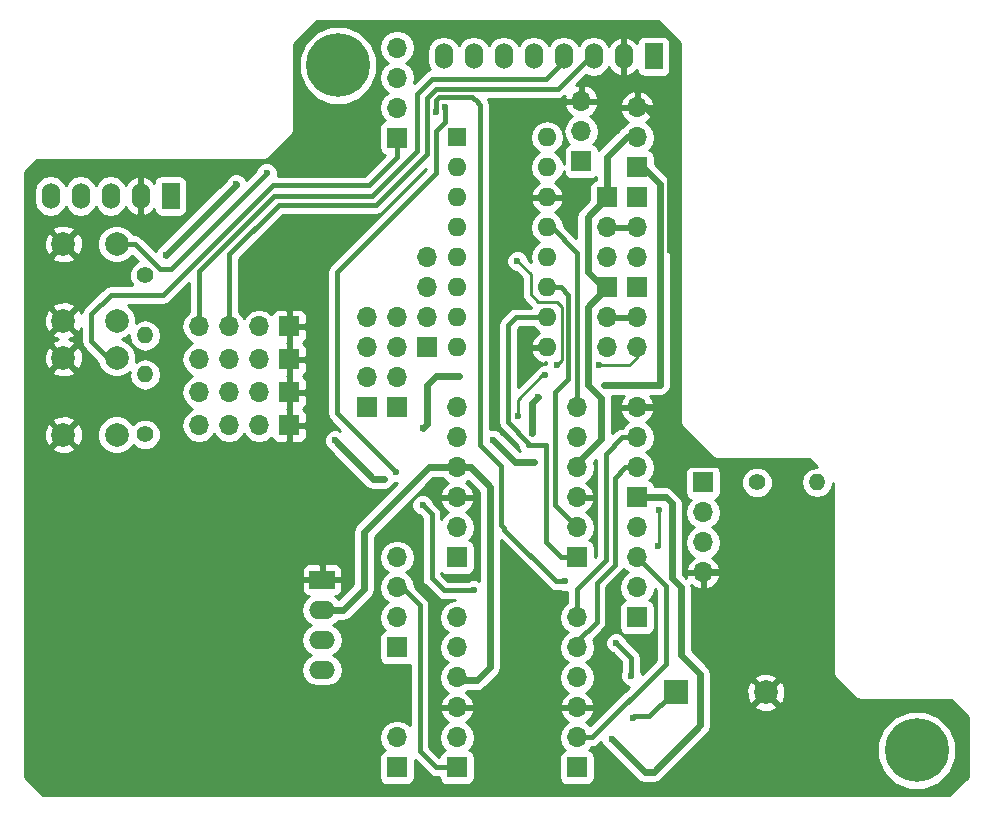
<source format=gbl>
G04 #@! TF.FileFunction,Copper,L2,Bot,Signal*
%FSLAX46Y46*%
G04 Gerber Fmt 4.6, Leading zero omitted, Abs format (unit mm)*
G04 Created by KiCad (PCBNEW 4.0.5) date 11/17/17 15:23:21*
%MOMM*%
%LPD*%
G01*
G04 APERTURE LIST*
%ADD10C,0.100000*%
%ADD11C,5.400000*%
%ADD12R,1.700000X1.700000*%
%ADD13O,1.700000X1.700000*%
%ADD14R,1.600000X1.600000*%
%ADD15O,1.600000X1.600000*%
%ADD16R,2.199640X1.524000*%
%ADD17O,2.199640X1.524000*%
%ADD18R,1.524000X2.199640*%
%ADD19O,1.524000X2.199640*%
%ADD20C,2.000000*%
%ADD21R,2.000000X2.000000*%
%ADD22C,1.400000*%
%ADD23O,1.400000X1.400000*%
%ADD24C,0.600000*%
%ADD25C,0.600000*%
%ADD26C,0.250000*%
%ADD27C,0.400000*%
%ADD28C,0.254000*%
G04 APERTURE END LIST*
D10*
D11*
X173540000Y-123000000D03*
D12*
X145135600Y-73152000D03*
D13*
X145135600Y-70612000D03*
X145135600Y-68072000D03*
D14*
X134620000Y-71120000D03*
D15*
X142240000Y-88900000D03*
X134620000Y-73660000D03*
X142240000Y-86360000D03*
X134620000Y-76200000D03*
X142240000Y-83820000D03*
X134620000Y-78740000D03*
X142240000Y-81280000D03*
X134620000Y-81280000D03*
X142240000Y-78740000D03*
X134620000Y-83820000D03*
X142240000Y-76200000D03*
X134620000Y-86360000D03*
X142240000Y-73660000D03*
X134620000Y-88900000D03*
X142240000Y-71120000D03*
D13*
X134620000Y-93980000D03*
X134620000Y-96520000D03*
X134620000Y-99060000D03*
X134620000Y-101600000D03*
X134620000Y-104140000D03*
D12*
X134620000Y-106680000D03*
X144780000Y-106680000D03*
D13*
X144780000Y-104140000D03*
X144780000Y-101600000D03*
X144780000Y-99060000D03*
X144780000Y-96520000D03*
X144780000Y-93980000D03*
X134620000Y-111760000D03*
X134620000Y-114300000D03*
X134620000Y-116840000D03*
X134620000Y-119380000D03*
X134620000Y-121920000D03*
D12*
X134620000Y-124460000D03*
X144780000Y-124460000D03*
D13*
X144780000Y-121920000D03*
X144780000Y-119380000D03*
X144780000Y-116840000D03*
X144780000Y-114300000D03*
X144780000Y-111760000D03*
D12*
X149860000Y-101600000D03*
D13*
X149860000Y-99060000D03*
X149860000Y-96520000D03*
X149860000Y-93980000D03*
D12*
X149860000Y-76200000D03*
D13*
X149860000Y-78740000D03*
X149860000Y-81280000D03*
D12*
X147320000Y-76200000D03*
D13*
X147320000Y-78740000D03*
X147320000Y-81280000D03*
D12*
X149860000Y-83820000D03*
D13*
X149860000Y-86360000D03*
X149860000Y-88900000D03*
D12*
X147320000Y-83820000D03*
D13*
X147320000Y-86360000D03*
X147320000Y-88900000D03*
D12*
X129540000Y-93980000D03*
D13*
X129540000Y-91440000D03*
X129540000Y-88900000D03*
X129540000Y-86360000D03*
D12*
X129540000Y-114300000D03*
D13*
X129540000Y-111760000D03*
X129540000Y-109220000D03*
X129540000Y-106680000D03*
D12*
X127000000Y-93980000D03*
D13*
X127000000Y-91440000D03*
X127000000Y-88900000D03*
X127000000Y-86360000D03*
D12*
X149860000Y-111760000D03*
D13*
X149860000Y-109220000D03*
X149860000Y-106680000D03*
X149860000Y-104140000D03*
D12*
X149860000Y-73660000D03*
D13*
X149860000Y-71120000D03*
X149860000Y-68580000D03*
D12*
X132080000Y-88900000D03*
D13*
X132080000Y-86360000D03*
X132080000Y-83820000D03*
X132080000Y-81280000D03*
D16*
X123190000Y-108585000D03*
D17*
X123190000Y-111125000D03*
X123190000Y-113665000D03*
X123190000Y-116205000D03*
D12*
X129540000Y-124460000D03*
D13*
X129540000Y-121920000D03*
D18*
X110363000Y-76073000D03*
D19*
X107823000Y-76073000D03*
X105283000Y-76073000D03*
X102743000Y-76073000D03*
X100203000Y-76073000D03*
D18*
X151257000Y-64262000D03*
D19*
X148717000Y-64262000D03*
X146177000Y-64262000D03*
X143637000Y-64262000D03*
X141097000Y-64262000D03*
X138557000Y-64262000D03*
X136017000Y-64262000D03*
X133477000Y-64262000D03*
D20*
X101291000Y-89789000D03*
X105791000Y-89789000D03*
X101291000Y-96289000D03*
X105791000Y-96289000D03*
X101291000Y-80137000D03*
X105791000Y-80137000D03*
X101291000Y-86637000D03*
X105791000Y-86637000D03*
D12*
X155448000Y-100330000D03*
D13*
X155448000Y-102870000D03*
X155448000Y-105410000D03*
X155448000Y-107950000D03*
D12*
X120396000Y-87122000D03*
D13*
X117856000Y-87122000D03*
X115316000Y-87122000D03*
X112776000Y-87122000D03*
D12*
X120396000Y-89916000D03*
D13*
X117856000Y-89916000D03*
X115316000Y-89916000D03*
X112776000Y-89916000D03*
D12*
X120396000Y-92710000D03*
D13*
X117856000Y-92710000D03*
X115316000Y-92710000D03*
X112776000Y-92710000D03*
D12*
X120396000Y-95504000D03*
D13*
X117856000Y-95504000D03*
X115316000Y-95504000D03*
X112776000Y-95504000D03*
D12*
X129540000Y-71125080D03*
D13*
X129540000Y-68585080D03*
X129540000Y-66045080D03*
X129540000Y-63505080D03*
D11*
X124540000Y-65000000D03*
D21*
X153162000Y-118110000D03*
D20*
X160762000Y-118110000D03*
D22*
X160020000Y-100330000D03*
D23*
X165100000Y-100330000D03*
D22*
X108204000Y-82804000D03*
D23*
X108204000Y-87884000D03*
D22*
X108204000Y-96266000D03*
D23*
X108204000Y-91186000D03*
D24*
X147828000Y-92075000D03*
X141478000Y-93091000D03*
X140970000Y-96139000D03*
X151765000Y-92075000D03*
X141152880Y-98602800D03*
X137632440Y-96702880D03*
X134762240Y-91328240D03*
X131749800Y-95707200D03*
X128397000Y-100015040D03*
X124282200Y-96774000D03*
X115925600Y-75102720D03*
X109956600Y-81092040D03*
X147701000Y-122047000D03*
X152665002Y-80645000D03*
X139730480Y-81584800D03*
X143052800Y-90357960D03*
X146639280Y-90388440D03*
X142082520Y-91257120D03*
X139811760Y-94716600D03*
X131699000Y-102235000D03*
X136017000Y-109474000D03*
X148082000Y-113919000D03*
X149352000Y-116713000D03*
X149479000Y-120269000D03*
X133604000Y-68580000D03*
X129413000Y-99441000D03*
X151749760Y-102656640D03*
X151627840Y-105704640D03*
X132842000Y-68961000D03*
X143764000Y-108712000D03*
X118491000Y-74168000D03*
D25*
X147066000Y-92075000D02*
X147828000Y-92075000D01*
X151765000Y-92075000D02*
X147066000Y-92075000D01*
X123190000Y-111125000D02*
X124968000Y-111125000D01*
X132207000Y-99060000D02*
X134620000Y-99060000D01*
X126746000Y-104521000D02*
X132207000Y-99060000D01*
X126746000Y-109347000D02*
X126746000Y-104521000D01*
X124968000Y-111125000D02*
X126746000Y-109347000D01*
X134620000Y-99060000D02*
X135763000Y-99060000D01*
X135763000Y-99060000D02*
X137414000Y-100711000D01*
X137414000Y-100711000D02*
X137414000Y-115951000D01*
X137414000Y-115951000D02*
X136271000Y-117094000D01*
X136271000Y-117094000D02*
X134874000Y-117094000D01*
X134874000Y-117094000D02*
X134620000Y-116840000D01*
X141478000Y-93091000D02*
X140970000Y-93599000D01*
X140970000Y-93599000D02*
X140970000Y-96139000D01*
X149860000Y-73660000D02*
X150368000Y-73660000D01*
X150368000Y-73660000D02*
X151765000Y-75057000D01*
X151765000Y-75057000D02*
X151765000Y-92075000D01*
X139532360Y-98602800D02*
X141152880Y-98602800D01*
X137632440Y-96702880D02*
X139532360Y-98602800D01*
X132857240Y-91328240D02*
X134762240Y-91328240D01*
X132095240Y-92090240D02*
X132857240Y-91328240D01*
X132095240Y-95361760D02*
X132095240Y-92090240D01*
X131749800Y-95707200D02*
X132095240Y-95361760D01*
X127523240Y-100015040D02*
X128397000Y-100015040D01*
X124282200Y-96774000D02*
X127523240Y-100015040D01*
X115925600Y-75123040D02*
X115925600Y-75102720D01*
X109956600Y-81092040D02*
X115925600Y-75123040D01*
X144780000Y-99060000D02*
X144780000Y-98679000D01*
X144780000Y-98679000D02*
X146812000Y-96647000D01*
X145669000Y-85471000D02*
X147320000Y-83820000D01*
X145669000Y-92075000D02*
X145669000Y-85471000D01*
X146812000Y-93218000D02*
X145669000Y-92075000D01*
X146812000Y-96647000D02*
X146812000Y-93218000D01*
X149860000Y-71120000D02*
X148971000Y-71120000D01*
X147320000Y-72771000D02*
X147320000Y-76200000D01*
X148971000Y-71120000D02*
X147320000Y-72771000D01*
X147320000Y-83820000D02*
X146977002Y-83820000D01*
X146977002Y-83820000D02*
X145669000Y-82511998D01*
X145669000Y-82511998D02*
X145669000Y-77851000D01*
X145669000Y-77851000D02*
X147320000Y-76200000D01*
X149860000Y-101600000D02*
X152273000Y-101600000D01*
X150495000Y-124841000D02*
X147701000Y-122047000D01*
X151257000Y-124841000D02*
X150495000Y-124841000D01*
X155194000Y-120904000D02*
X151257000Y-124841000D01*
X155194000Y-116586000D02*
X155194000Y-120904000D01*
X153543000Y-114935000D02*
X155194000Y-116586000D01*
X153543000Y-109220000D02*
X153543000Y-114935000D01*
X152781000Y-108458000D02*
X153543000Y-109220000D01*
X152781000Y-102108000D02*
X152781000Y-108458000D01*
X152273000Y-101600000D02*
X152781000Y-102108000D01*
X149860000Y-93980000D02*
X151765000Y-93980000D01*
X156845000Y-107950000D02*
X155448000Y-107950000D01*
X158432500Y-106362500D02*
X156845000Y-107950000D01*
X158432500Y-100076000D02*
X158432500Y-106362500D01*
X157099000Y-98742500D02*
X158432500Y-100076000D01*
X153225500Y-98742500D02*
X157099000Y-98742500D01*
X152844500Y-98361500D02*
X153225500Y-98742500D01*
X152844500Y-95059500D02*
X152844500Y-98361500D01*
X151765000Y-93980000D02*
X152844500Y-95059500D01*
X149860000Y-68580000D02*
X150622000Y-68580000D01*
X150622000Y-68580000D02*
X152665002Y-70623002D01*
X152665002Y-70623002D02*
X152665002Y-80645000D01*
D26*
X139730480Y-81584800D02*
X140848080Y-82702400D01*
X140848080Y-82702400D02*
X140848080Y-84383880D01*
X140848080Y-84383880D02*
X141513560Y-85049360D01*
X141513560Y-85049360D02*
X143045958Y-85049360D01*
X143045958Y-85049360D02*
X143474440Y-85477842D01*
X143474440Y-85477842D02*
X143474440Y-89936320D01*
X143474440Y-89936320D02*
X143052800Y-90357960D01*
X146639280Y-90388440D02*
X146654520Y-90403680D01*
X146654520Y-90403680D02*
X149214840Y-90403680D01*
X149214840Y-90403680D02*
X149860000Y-89758520D01*
X149860000Y-89758520D02*
X149860000Y-88900000D01*
X141853920Y-91257120D02*
X142082520Y-91257120D01*
X139766040Y-93345000D02*
X141853920Y-91257120D01*
X139766040Y-94670880D02*
X139766040Y-93345000D01*
X139811760Y-94716600D02*
X139766040Y-94670880D01*
D27*
X119126000Y-76073000D02*
X112776000Y-82423000D01*
X143637000Y-64262000D02*
X143637000Y-64643000D01*
X143637000Y-64643000D02*
X142113000Y-66167000D01*
X142113000Y-66167000D02*
X132461000Y-66167000D01*
X132461000Y-66167000D02*
X131191000Y-67437000D01*
X131191000Y-67437000D02*
X131191000Y-72263000D01*
X131191000Y-72263000D02*
X127381000Y-76073000D01*
X127381000Y-76073000D02*
X119126000Y-76073000D01*
X112776000Y-82423000D02*
X112776000Y-87122000D01*
X146177000Y-64262000D02*
X145923000Y-64262000D01*
X145923000Y-64262000D02*
X143129000Y-67056000D01*
X115316000Y-81026000D02*
X115316000Y-87122000D01*
X119507000Y-76835000D02*
X115316000Y-81026000D01*
X127762000Y-76835000D02*
X119507000Y-76835000D01*
X132080000Y-72517000D02*
X127762000Y-76835000D01*
X132080000Y-67818000D02*
X132080000Y-72517000D01*
X132842000Y-67056000D02*
X132080000Y-67818000D01*
X143129000Y-67056000D02*
X132842000Y-67056000D01*
X144780000Y-114300000D02*
X144780000Y-113792000D01*
X144780000Y-113792000D02*
X146431000Y-112141000D01*
X146431000Y-112141000D02*
X146431000Y-108839000D01*
X146431000Y-108839000D02*
X147955000Y-107315000D01*
X147955000Y-107315000D02*
X147955000Y-99949000D01*
X147955000Y-99949000D02*
X148844000Y-99060000D01*
X148844000Y-99060000D02*
X149860000Y-99060000D01*
X144780000Y-111760000D02*
X144780000Y-109347000D01*
X148590000Y-96520000D02*
X149860000Y-96520000D01*
X147193000Y-97917000D02*
X148590000Y-96520000D01*
X147193000Y-106934000D02*
X147193000Y-97917000D01*
X144780000Y-109347000D02*
X147193000Y-106934000D01*
X144780000Y-121920000D02*
X146050000Y-121920000D01*
X152273000Y-109093000D02*
X149860000Y-106680000D01*
X152273000Y-115697000D02*
X152273000Y-109093000D01*
X146050000Y-121920000D02*
X152273000Y-115697000D01*
X129540000Y-109220000D02*
X129921000Y-109220000D01*
X129921000Y-109220000D02*
X131445000Y-110744000D01*
X131445000Y-110744000D02*
X131445000Y-123063000D01*
X131445000Y-123063000D02*
X132842000Y-124460000D01*
X132842000Y-124460000D02*
X134620000Y-124460000D01*
X140649960Y-97155000D02*
X140649960Y-96951800D01*
X140589000Y-86360000D02*
X142240000Y-86360000D01*
X139593320Y-86360000D02*
X140589000Y-86360000D01*
X138928402Y-87024918D02*
X139593320Y-86360000D01*
X138928402Y-95230242D02*
X138928402Y-87024918D01*
X140649960Y-96951800D02*
X138928402Y-95230242D01*
X140589000Y-97155000D02*
X140649960Y-97155000D01*
X140649960Y-97155000D02*
X142113000Y-97155000D01*
X142113000Y-97155000D02*
X142113000Y-98044000D01*
X143383000Y-106680000D02*
X144780000Y-106680000D01*
X142113000Y-105410000D02*
X143383000Y-106680000D01*
X142113000Y-97155000D02*
X142113000Y-98044000D01*
X142113000Y-98044000D02*
X142113000Y-105410000D01*
X142240000Y-83820000D02*
X143383000Y-83820000D01*
X142875000Y-102235000D02*
X144780000Y-104140000D01*
X142875000Y-92710000D02*
X142875000Y-102235000D01*
X144018000Y-91567000D02*
X142875000Y-92710000D01*
X144018000Y-84455000D02*
X144018000Y-91567000D01*
X143383000Y-83820000D02*
X144018000Y-84455000D01*
X142240000Y-78740000D02*
X142621000Y-78740000D01*
X142621000Y-78740000D02*
X144780000Y-80899000D01*
X144780000Y-80899000D02*
X144780000Y-93980000D01*
X132842000Y-74168000D02*
X132842000Y-70612000D01*
X131699000Y-102235000D02*
X132461000Y-102997000D01*
X132461000Y-102997000D02*
X132461000Y-108458000D01*
X132461000Y-108458000D02*
X133477000Y-109474000D01*
X133477000Y-109474000D02*
X136017000Y-109474000D01*
X148082000Y-113919000D02*
X149352000Y-115189000D01*
X149352000Y-115189000D02*
X149352000Y-116713000D01*
X149479000Y-120269000D02*
X149606000Y-120142000D01*
X149606000Y-120142000D02*
X150876000Y-120142000D01*
X152781000Y-118237000D02*
X150876000Y-120142000D01*
X124460000Y-94488000D02*
X129413000Y-99441000D01*
X124460000Y-82550000D02*
X124460000Y-94488000D01*
X132842000Y-74168000D02*
X124460000Y-82550000D01*
X133604000Y-69850000D02*
X133604000Y-68580000D01*
X132842000Y-70612000D02*
X133604000Y-69850000D01*
D26*
X151749760Y-105582720D02*
X151749760Y-102656640D01*
X151627840Y-105704640D02*
X151749760Y-105582720D01*
D27*
X138328400Y-103898798D02*
X138328400Y-98907600D01*
X138607800Y-104178198D02*
X138328400Y-103898798D01*
X138607800Y-104317800D02*
X138607800Y-104178198D01*
X136372600Y-68188840D02*
X136372600Y-68153842D01*
X136550400Y-68366640D02*
X136372600Y-68188840D01*
X136550400Y-97129600D02*
X136550400Y-68366640D01*
X138328400Y-98907600D02*
X136550400Y-97129600D01*
X136372600Y-68153842D02*
X135874760Y-67656002D01*
X135874760Y-67656002D02*
X134712002Y-67656002D01*
X133130998Y-67656002D02*
X134712002Y-67656002D01*
X132842000Y-67945000D02*
X133130998Y-67656002D01*
X132842000Y-68961000D02*
X132842000Y-67945000D01*
X143002000Y-108712000D02*
X143764000Y-108712000D01*
X138557000Y-104267000D02*
X138607800Y-104317800D01*
X138607800Y-104317800D02*
X143002000Y-108712000D01*
X109728000Y-84455000D02*
X105283000Y-84455000D01*
X129540000Y-72771000D02*
X127127000Y-75184000D01*
X129540000Y-71120000D02*
X129540000Y-72771000D01*
X127127000Y-75184000D02*
X118999000Y-75184000D01*
X118999000Y-75184000D02*
X109728000Y-84455000D01*
X103632000Y-88392000D02*
X105029000Y-89789000D01*
X103632000Y-86106000D02*
X103632000Y-88392000D01*
X105283000Y-84455000D02*
X103632000Y-86106000D01*
X105029000Y-89789000D02*
X105791000Y-89789000D01*
X105791000Y-80137000D02*
X107315000Y-80137000D01*
X109453680Y-82275680D02*
X107315000Y-80137000D01*
X110383320Y-82275680D02*
X109453680Y-82275680D01*
X118491000Y-74168000D02*
X110383320Y-82275680D01*
D28*
G36*
X153531500Y-63159092D02*
X153531500Y-95186500D01*
X153585546Y-95458205D01*
X153739454Y-95688546D01*
X156152454Y-98101546D01*
X156382795Y-98255454D01*
X156654500Y-98309500D01*
X164424908Y-98309500D01*
X165110408Y-98995000D01*
X165073846Y-98995000D01*
X164562964Y-99096621D01*
X164129858Y-99386012D01*
X163840467Y-99819118D01*
X163738846Y-100330000D01*
X163840467Y-100840882D01*
X164129858Y-101273988D01*
X164562964Y-101563379D01*
X165073846Y-101665000D01*
X165126154Y-101665000D01*
X165637036Y-101563379D01*
X166070142Y-101273988D01*
X166359533Y-100840882D01*
X166458542Y-100343134D01*
X166485500Y-100370092D01*
X166485500Y-116459000D01*
X166539546Y-116730705D01*
X166693454Y-116961046D01*
X168280954Y-118548546D01*
X168511295Y-118702454D01*
X168783000Y-118756500D01*
X176426408Y-118756500D01*
X177852000Y-120182092D01*
X177852000Y-125245408D01*
X176299408Y-126798000D01*
X99608092Y-126798000D01*
X98055500Y-125245408D01*
X98055500Y-107696691D01*
X121455180Y-107696691D01*
X121455180Y-108299250D01*
X121613930Y-108458000D01*
X123063000Y-108458000D01*
X123063000Y-107346750D01*
X123317000Y-107346750D01*
X123317000Y-108458000D01*
X124766070Y-108458000D01*
X124924820Y-108299250D01*
X124924820Y-107696691D01*
X124828147Y-107463302D01*
X124649519Y-107284673D01*
X124416130Y-107188000D01*
X123475750Y-107188000D01*
X123317000Y-107346750D01*
X123063000Y-107346750D01*
X122904250Y-107188000D01*
X121963870Y-107188000D01*
X121730481Y-107284673D01*
X121551853Y-107463302D01*
X121455180Y-107696691D01*
X98055500Y-107696691D01*
X98055500Y-97441532D01*
X100318073Y-97441532D01*
X100416736Y-97708387D01*
X101026461Y-97934908D01*
X101676460Y-97910856D01*
X102165264Y-97708387D01*
X102263927Y-97441532D01*
X101291000Y-96468605D01*
X100318073Y-97441532D01*
X98055500Y-97441532D01*
X98055500Y-96024461D01*
X99645092Y-96024461D01*
X99669144Y-96674460D01*
X99871613Y-97163264D01*
X100138468Y-97261927D01*
X101111395Y-96289000D01*
X101470605Y-96289000D01*
X102443532Y-97261927D01*
X102710387Y-97163264D01*
X102914893Y-96612795D01*
X104155716Y-96612795D01*
X104404106Y-97213943D01*
X104863637Y-97674278D01*
X105464352Y-97923716D01*
X106114795Y-97924284D01*
X106715943Y-97675894D01*
X107176278Y-97216363D01*
X107202746Y-97152622D01*
X107446796Y-97397098D01*
X107937287Y-97600768D01*
X108468383Y-97601231D01*
X108959229Y-97398418D01*
X109335098Y-97023204D01*
X109538768Y-96532713D01*
X109539231Y-96001617D01*
X109336418Y-95510771D01*
X108961204Y-95134902D01*
X108470713Y-94931232D01*
X107939617Y-94930769D01*
X107448771Y-95133582D01*
X107189575Y-95392327D01*
X107177894Y-95364057D01*
X106718363Y-94903722D01*
X106117648Y-94654284D01*
X105467205Y-94653716D01*
X104866057Y-94902106D01*
X104405722Y-95361637D01*
X104156284Y-95962352D01*
X104155716Y-96612795D01*
X102914893Y-96612795D01*
X102936908Y-96553539D01*
X102912856Y-95903540D01*
X102710387Y-95414736D01*
X102443532Y-95316073D01*
X101470605Y-96289000D01*
X101111395Y-96289000D01*
X100138468Y-95316073D01*
X99871613Y-95414736D01*
X99645092Y-96024461D01*
X98055500Y-96024461D01*
X98055500Y-95136468D01*
X100318073Y-95136468D01*
X101291000Y-96109395D01*
X102263927Y-95136468D01*
X102165264Y-94869613D01*
X101555539Y-94643092D01*
X100905540Y-94667144D01*
X100416736Y-94869613D01*
X100318073Y-95136468D01*
X98055500Y-95136468D01*
X98055500Y-90941532D01*
X100318073Y-90941532D01*
X100416736Y-91208387D01*
X101026461Y-91434908D01*
X101676460Y-91410856D01*
X102165264Y-91208387D01*
X102263927Y-90941532D01*
X101291000Y-89968605D01*
X100318073Y-90941532D01*
X98055500Y-90941532D01*
X98055500Y-89524461D01*
X99645092Y-89524461D01*
X99669144Y-90174460D01*
X99871613Y-90663264D01*
X100138468Y-90761927D01*
X101111395Y-89789000D01*
X101470605Y-89789000D01*
X102443532Y-90761927D01*
X102710387Y-90663264D01*
X102936908Y-90053539D01*
X102912856Y-89403540D01*
X102710387Y-88914736D01*
X102443532Y-88816073D01*
X101470605Y-89789000D01*
X101111395Y-89789000D01*
X100138468Y-88816073D01*
X99871613Y-88914736D01*
X99645092Y-89524461D01*
X98055500Y-89524461D01*
X98055500Y-87789532D01*
X100318073Y-87789532D01*
X100416736Y-88056387D01*
X100815381Y-88204489D01*
X100416736Y-88369613D01*
X100318073Y-88636468D01*
X101291000Y-89609395D01*
X102263927Y-88636468D01*
X102165264Y-88369613D01*
X101766619Y-88221511D01*
X102165264Y-88056387D01*
X102263927Y-87789532D01*
X101291000Y-86816605D01*
X100318073Y-87789532D01*
X98055500Y-87789532D01*
X98055500Y-86372461D01*
X99645092Y-86372461D01*
X99669144Y-87022460D01*
X99871613Y-87511264D01*
X100138468Y-87609927D01*
X101111395Y-86637000D01*
X101470605Y-86637000D01*
X102443532Y-87609927D01*
X102710387Y-87511264D01*
X102797000Y-87278128D01*
X102797000Y-88392000D01*
X102860561Y-88711541D01*
X102996332Y-88914736D01*
X103041566Y-88982434D01*
X104155730Y-90096598D01*
X104155716Y-90112795D01*
X104404106Y-90713943D01*
X104863637Y-91174278D01*
X105464352Y-91423716D01*
X106114795Y-91424284D01*
X106715943Y-91175894D01*
X106902939Y-90989225D01*
X106869000Y-91159846D01*
X106869000Y-91212154D01*
X106970621Y-91723036D01*
X107260012Y-92156142D01*
X107693118Y-92445533D01*
X108204000Y-92547154D01*
X108714882Y-92445533D01*
X109147988Y-92156142D01*
X109437379Y-91723036D01*
X109539000Y-91212154D01*
X109539000Y-91159846D01*
X109437379Y-90648964D01*
X109147988Y-90215858D01*
X108714882Y-89926467D01*
X108204000Y-89824846D01*
X107693118Y-89926467D01*
X107425725Y-90105132D01*
X107426284Y-89465205D01*
X107177894Y-88864057D01*
X106718363Y-88403722D01*
X106258663Y-88212839D01*
X106715943Y-88023894D01*
X106869000Y-87871104D01*
X106869000Y-87910154D01*
X106970621Y-88421036D01*
X107260012Y-88854142D01*
X107693118Y-89143533D01*
X108204000Y-89245154D01*
X108714882Y-89143533D01*
X109147988Y-88854142D01*
X109437379Y-88421036D01*
X109539000Y-87910154D01*
X109539000Y-87857846D01*
X109437379Y-87346964D01*
X109147988Y-86913858D01*
X108714882Y-86624467D01*
X108204000Y-86522846D01*
X107693118Y-86624467D01*
X107425856Y-86803045D01*
X107426284Y-86313205D01*
X107177894Y-85712057D01*
X106756574Y-85290000D01*
X109728000Y-85290000D01*
X110047541Y-85226439D01*
X110318434Y-85045434D01*
X111941000Y-83422868D01*
X111941000Y-85899159D01*
X111725946Y-86042853D01*
X111404039Y-86524622D01*
X111291000Y-87092907D01*
X111291000Y-87151093D01*
X111404039Y-87719378D01*
X111725946Y-88201147D01*
X112201648Y-88519000D01*
X111725946Y-88836853D01*
X111404039Y-89318622D01*
X111291000Y-89886907D01*
X111291000Y-89945093D01*
X111404039Y-90513378D01*
X111725946Y-90995147D01*
X112201648Y-91313000D01*
X111725946Y-91630853D01*
X111404039Y-92112622D01*
X111291000Y-92680907D01*
X111291000Y-92739093D01*
X111404039Y-93307378D01*
X111725946Y-93789147D01*
X112201648Y-94107000D01*
X111725946Y-94424853D01*
X111404039Y-94906622D01*
X111291000Y-95474907D01*
X111291000Y-95533093D01*
X111404039Y-96101378D01*
X111725946Y-96583147D01*
X112207715Y-96905054D01*
X112776000Y-97018093D01*
X113344285Y-96905054D01*
X113826054Y-96583147D01*
X114046000Y-96253974D01*
X114265946Y-96583147D01*
X114747715Y-96905054D01*
X115316000Y-97018093D01*
X115884285Y-96905054D01*
X116366054Y-96583147D01*
X116586000Y-96253974D01*
X116805946Y-96583147D01*
X117287715Y-96905054D01*
X117856000Y-97018093D01*
X118424285Y-96905054D01*
X118906054Y-96583147D01*
X118935403Y-96539223D01*
X119007673Y-96713698D01*
X119186301Y-96892327D01*
X119419690Y-96989000D01*
X120110250Y-96989000D01*
X120269000Y-96830250D01*
X120269000Y-95631000D01*
X120523000Y-95631000D01*
X120523000Y-96830250D01*
X120681750Y-96989000D01*
X121372310Y-96989000D01*
X121605699Y-96892327D01*
X121784327Y-96713698D01*
X121881000Y-96480309D01*
X121881000Y-95789750D01*
X121722250Y-95631000D01*
X120523000Y-95631000D01*
X120269000Y-95631000D01*
X120249000Y-95631000D01*
X120249000Y-95377000D01*
X120269000Y-95377000D01*
X120269000Y-94177750D01*
X120198250Y-94107000D01*
X120269000Y-94036250D01*
X120269000Y-92837000D01*
X120523000Y-92837000D01*
X120523000Y-94036250D01*
X120593750Y-94107000D01*
X120523000Y-94177750D01*
X120523000Y-95377000D01*
X121722250Y-95377000D01*
X121881000Y-95218250D01*
X121881000Y-94527691D01*
X121784327Y-94294302D01*
X121605699Y-94115673D01*
X121584761Y-94107000D01*
X121605699Y-94098327D01*
X121784327Y-93919698D01*
X121881000Y-93686309D01*
X121881000Y-92995750D01*
X121722250Y-92837000D01*
X120523000Y-92837000D01*
X120269000Y-92837000D01*
X120249000Y-92837000D01*
X120249000Y-92583000D01*
X120269000Y-92583000D01*
X120269000Y-91383750D01*
X120198250Y-91313000D01*
X120269000Y-91242250D01*
X120269000Y-90043000D01*
X120523000Y-90043000D01*
X120523000Y-91242250D01*
X120593750Y-91313000D01*
X120523000Y-91383750D01*
X120523000Y-92583000D01*
X121722250Y-92583000D01*
X121881000Y-92424250D01*
X121881000Y-91733691D01*
X121784327Y-91500302D01*
X121605699Y-91321673D01*
X121584761Y-91313000D01*
X121605699Y-91304327D01*
X121784327Y-91125698D01*
X121881000Y-90892309D01*
X121881000Y-90201750D01*
X121722250Y-90043000D01*
X120523000Y-90043000D01*
X120269000Y-90043000D01*
X120249000Y-90043000D01*
X120249000Y-89789000D01*
X120269000Y-89789000D01*
X120269000Y-88589750D01*
X120198250Y-88519000D01*
X120269000Y-88448250D01*
X120269000Y-87249000D01*
X120523000Y-87249000D01*
X120523000Y-88448250D01*
X120593750Y-88519000D01*
X120523000Y-88589750D01*
X120523000Y-89789000D01*
X121722250Y-89789000D01*
X121881000Y-89630250D01*
X121881000Y-88939691D01*
X121784327Y-88706302D01*
X121605699Y-88527673D01*
X121584761Y-88519000D01*
X121605699Y-88510327D01*
X121784327Y-88331698D01*
X121881000Y-88098309D01*
X121881000Y-87407750D01*
X121722250Y-87249000D01*
X120523000Y-87249000D01*
X120269000Y-87249000D01*
X120249000Y-87249000D01*
X120249000Y-86995000D01*
X120269000Y-86995000D01*
X120269000Y-85795750D01*
X120523000Y-85795750D01*
X120523000Y-86995000D01*
X121722250Y-86995000D01*
X121881000Y-86836250D01*
X121881000Y-86145691D01*
X121784327Y-85912302D01*
X121605699Y-85733673D01*
X121372310Y-85637000D01*
X120681750Y-85637000D01*
X120523000Y-85795750D01*
X120269000Y-85795750D01*
X120110250Y-85637000D01*
X119419690Y-85637000D01*
X119186301Y-85733673D01*
X119007673Y-85912302D01*
X118935403Y-86086777D01*
X118906054Y-86042853D01*
X118424285Y-85720946D01*
X117856000Y-85607907D01*
X117287715Y-85720946D01*
X116805946Y-86042853D01*
X116586000Y-86372026D01*
X116366054Y-86042853D01*
X116151000Y-85899159D01*
X116151000Y-81371868D01*
X119852868Y-77670000D01*
X127762000Y-77670000D01*
X128081541Y-77606439D01*
X128352434Y-77425434D01*
X132007000Y-73770868D01*
X132007000Y-73822132D01*
X123869566Y-81959566D01*
X123688561Y-82230459D01*
X123625000Y-82550000D01*
X123625000Y-94488000D01*
X123688561Y-94807541D01*
X123869566Y-95078434D01*
X124744829Y-95953697D01*
X124468999Y-95839162D01*
X124097033Y-95838838D01*
X123753257Y-95980883D01*
X123490008Y-96243673D01*
X123347362Y-96587201D01*
X123347038Y-96959167D01*
X123489083Y-97302943D01*
X123751873Y-97566192D01*
X123752265Y-97566355D01*
X126862095Y-100676185D01*
X127165431Y-100878867D01*
X127523240Y-100950040D01*
X128396184Y-100950040D01*
X128582167Y-100950202D01*
X128925943Y-100808157D01*
X129189192Y-100545367D01*
X129259575Y-100375867D01*
X129568574Y-100376136D01*
X126084855Y-103859855D01*
X125882173Y-104163191D01*
X125811000Y-104521000D01*
X125811000Y-108959710D01*
X124583242Y-110187468D01*
X124549635Y-110137172D01*
X124317404Y-109982000D01*
X124416130Y-109982000D01*
X124649519Y-109885327D01*
X124828147Y-109706698D01*
X124924820Y-109473309D01*
X124924820Y-108870750D01*
X124766070Y-108712000D01*
X123317000Y-108712000D01*
X123317000Y-108732000D01*
X123063000Y-108732000D01*
X123063000Y-108712000D01*
X121613930Y-108712000D01*
X121455180Y-108870750D01*
X121455180Y-109473309D01*
X121551853Y-109706698D01*
X121730481Y-109885327D01*
X121963870Y-109982000D01*
X122062596Y-109982000D01*
X121830365Y-110137172D01*
X121527533Y-110590391D01*
X121421193Y-111125000D01*
X121527533Y-111659609D01*
X121830365Y-112112828D01*
X122252664Y-112395000D01*
X121830365Y-112677172D01*
X121527533Y-113130391D01*
X121421193Y-113665000D01*
X121527533Y-114199609D01*
X121830365Y-114652828D01*
X122252664Y-114935000D01*
X121830365Y-115217172D01*
X121527533Y-115670391D01*
X121421193Y-116205000D01*
X121527533Y-116739609D01*
X121830365Y-117192828D01*
X122283584Y-117495660D01*
X122818193Y-117602000D01*
X123561807Y-117602000D01*
X124096416Y-117495660D01*
X124549635Y-117192828D01*
X124852467Y-116739609D01*
X124958807Y-116205000D01*
X124852467Y-115670391D01*
X124549635Y-115217172D01*
X124127336Y-114935000D01*
X124549635Y-114652828D01*
X124852467Y-114199609D01*
X124958807Y-113665000D01*
X124852467Y-113130391D01*
X124549635Y-112677172D01*
X124127336Y-112395000D01*
X124549635Y-112112828D01*
X124584934Y-112060000D01*
X124968000Y-112060000D01*
X125325809Y-111988827D01*
X125629145Y-111786145D01*
X127407145Y-110008145D01*
X127609827Y-109704809D01*
X127681000Y-109347000D01*
X127681000Y-106680000D01*
X128025907Y-106680000D01*
X128138946Y-107248285D01*
X128460853Y-107730054D01*
X128790026Y-107950000D01*
X128460853Y-108169946D01*
X128138946Y-108651715D01*
X128025907Y-109220000D01*
X128138946Y-109788285D01*
X128460853Y-110270054D01*
X128790026Y-110490000D01*
X128460853Y-110709946D01*
X128138946Y-111191715D01*
X128025907Y-111760000D01*
X128138946Y-112328285D01*
X128460853Y-112810054D01*
X128502452Y-112837850D01*
X128454683Y-112846838D01*
X128238559Y-112985910D01*
X128093569Y-113198110D01*
X128042560Y-113450000D01*
X128042560Y-115150000D01*
X128086838Y-115385317D01*
X128225910Y-115601441D01*
X128438110Y-115746431D01*
X128690000Y-115797440D01*
X130390000Y-115797440D01*
X130610000Y-115756044D01*
X130610000Y-120863834D01*
X130137378Y-120548039D01*
X129569093Y-120435000D01*
X129510907Y-120435000D01*
X128942622Y-120548039D01*
X128460853Y-120869946D01*
X128138946Y-121351715D01*
X128025907Y-121920000D01*
X128138946Y-122488285D01*
X128460853Y-122970054D01*
X128502452Y-122997850D01*
X128454683Y-123006838D01*
X128238559Y-123145910D01*
X128093569Y-123358110D01*
X128042560Y-123610000D01*
X128042560Y-125310000D01*
X128086838Y-125545317D01*
X128225910Y-125761441D01*
X128438110Y-125906431D01*
X128690000Y-125957440D01*
X130390000Y-125957440D01*
X130625317Y-125913162D01*
X130841441Y-125774090D01*
X130986431Y-125561890D01*
X131037440Y-125310000D01*
X131037440Y-123836308D01*
X132251566Y-125050434D01*
X132522459Y-125231439D01*
X132842000Y-125295000D01*
X133122560Y-125295000D01*
X133122560Y-125310000D01*
X133166838Y-125545317D01*
X133305910Y-125761441D01*
X133518110Y-125906431D01*
X133770000Y-125957440D01*
X135470000Y-125957440D01*
X135705317Y-125913162D01*
X135921441Y-125774090D01*
X136066431Y-125561890D01*
X136117440Y-125310000D01*
X136117440Y-123610000D01*
X136073162Y-123374683D01*
X135934090Y-123158559D01*
X135721890Y-123013569D01*
X135654459Y-122999914D01*
X135699147Y-122970054D01*
X136021054Y-122488285D01*
X136134093Y-121920000D01*
X136021054Y-121351715D01*
X135699147Y-120869946D01*
X135358447Y-120642298D01*
X135501358Y-120575183D01*
X135891645Y-120146924D01*
X136061476Y-119736890D01*
X135940155Y-119507000D01*
X134747000Y-119507000D01*
X134747000Y-119527000D01*
X134493000Y-119527000D01*
X134493000Y-119507000D01*
X133299845Y-119507000D01*
X133178524Y-119736890D01*
X133348355Y-120146924D01*
X133738642Y-120575183D01*
X133881553Y-120642298D01*
X133540853Y-120869946D01*
X133218946Y-121351715D01*
X133105907Y-121920000D01*
X133218946Y-122488285D01*
X133540853Y-122970054D01*
X133582452Y-122997850D01*
X133534683Y-123006838D01*
X133318559Y-123145910D01*
X133173569Y-123358110D01*
X133131032Y-123568164D01*
X132280000Y-122717132D01*
X132280000Y-110744000D01*
X132216439Y-110424459D01*
X132035434Y-110153566D01*
X131042230Y-109160362D01*
X130941054Y-108651715D01*
X130619147Y-108169946D01*
X130289974Y-107950000D01*
X130619147Y-107730054D01*
X130941054Y-107248285D01*
X131054093Y-106680000D01*
X130941054Y-106111715D01*
X130619147Y-105629946D01*
X130137378Y-105308039D01*
X129569093Y-105195000D01*
X129510907Y-105195000D01*
X128942622Y-105308039D01*
X128460853Y-105629946D01*
X128138946Y-106111715D01*
X128025907Y-106680000D01*
X127681000Y-106680000D01*
X127681000Y-104908290D01*
X132594290Y-99995000D01*
X133463977Y-99995000D01*
X133540853Y-100110054D01*
X133881553Y-100337702D01*
X133738642Y-100404817D01*
X133348355Y-100833076D01*
X133178524Y-101243110D01*
X133299845Y-101473000D01*
X134493000Y-101473000D01*
X134493000Y-101453000D01*
X134747000Y-101453000D01*
X134747000Y-101473000D01*
X135940155Y-101473000D01*
X136061476Y-101243110D01*
X135891645Y-100833076D01*
X135501358Y-100404817D01*
X135358447Y-100337702D01*
X135574230Y-100193520D01*
X136479000Y-101098290D01*
X136479000Y-108653436D01*
X136203799Y-108539162D01*
X135831833Y-108538838D01*
X135589422Y-108639000D01*
X133822868Y-108639000D01*
X133296000Y-108112132D01*
X133296000Y-107966040D01*
X133305910Y-107981441D01*
X133518110Y-108126431D01*
X133770000Y-108177440D01*
X135470000Y-108177440D01*
X135705317Y-108133162D01*
X135921441Y-107994090D01*
X136066431Y-107781890D01*
X136117440Y-107530000D01*
X136117440Y-105830000D01*
X136073162Y-105594683D01*
X135934090Y-105378559D01*
X135721890Y-105233569D01*
X135654459Y-105219914D01*
X135699147Y-105190054D01*
X136021054Y-104708285D01*
X136134093Y-104140000D01*
X136021054Y-103571715D01*
X135699147Y-103089946D01*
X135358447Y-102862298D01*
X135501358Y-102795183D01*
X135891645Y-102366924D01*
X136061476Y-101956890D01*
X135940155Y-101727000D01*
X134747000Y-101727000D01*
X134747000Y-101747000D01*
X134493000Y-101747000D01*
X134493000Y-101727000D01*
X133299845Y-101727000D01*
X133178524Y-101956890D01*
X133348355Y-102366924D01*
X133738642Y-102795183D01*
X133881553Y-102862298D01*
X133540853Y-103089946D01*
X133296000Y-103456395D01*
X133296000Y-102997000D01*
X133265130Y-102841807D01*
X133232440Y-102677460D01*
X133051434Y-102406566D01*
X132591535Y-101946667D01*
X132492117Y-101706057D01*
X132229327Y-101442808D01*
X131885799Y-101300162D01*
X131513833Y-101299838D01*
X131170057Y-101441883D01*
X130906808Y-101704673D01*
X130764162Y-102048201D01*
X130763838Y-102420167D01*
X130905883Y-102763943D01*
X131168673Y-103027192D01*
X131410910Y-103127778D01*
X131626000Y-103342868D01*
X131626000Y-108458000D01*
X131689561Y-108777541D01*
X131771693Y-108900460D01*
X131870566Y-109048434D01*
X132886566Y-110064434D01*
X133157459Y-110245439D01*
X133477000Y-110309000D01*
X134419978Y-110309000D01*
X134022622Y-110388039D01*
X133540853Y-110709946D01*
X133218946Y-111191715D01*
X133105907Y-111760000D01*
X133218946Y-112328285D01*
X133540853Y-112810054D01*
X133870026Y-113030000D01*
X133540853Y-113249946D01*
X133218946Y-113731715D01*
X133105907Y-114300000D01*
X133218946Y-114868285D01*
X133540853Y-115350054D01*
X133870026Y-115570000D01*
X133540853Y-115789946D01*
X133218946Y-116271715D01*
X133105907Y-116840000D01*
X133218946Y-117408285D01*
X133540853Y-117890054D01*
X133881553Y-118117702D01*
X133738642Y-118184817D01*
X133348355Y-118613076D01*
X133178524Y-119023110D01*
X133299845Y-119253000D01*
X134493000Y-119253000D01*
X134493000Y-119233000D01*
X134747000Y-119233000D01*
X134747000Y-119253000D01*
X135940155Y-119253000D01*
X136061476Y-119023110D01*
X135891645Y-118613076D01*
X135501358Y-118184817D01*
X135358447Y-118117702D01*
X135491199Y-118029000D01*
X136271000Y-118029000D01*
X136628809Y-117957827D01*
X136932145Y-117755145D01*
X138075145Y-116612145D01*
X138277827Y-116308809D01*
X138349000Y-115951000D01*
X138349000Y-105239868D01*
X142411566Y-109302434D01*
X142682459Y-109483439D01*
X143002000Y-109547000D01*
X143336766Y-109547000D01*
X143577201Y-109646838D01*
X143945000Y-109647158D01*
X143945000Y-110546813D01*
X143700853Y-110709946D01*
X143378946Y-111191715D01*
X143265907Y-111760000D01*
X143378946Y-112328285D01*
X143700853Y-112810054D01*
X144030026Y-113030000D01*
X143700853Y-113249946D01*
X143378946Y-113731715D01*
X143265907Y-114300000D01*
X143378946Y-114868285D01*
X143700853Y-115350054D01*
X144030026Y-115570000D01*
X143700853Y-115789946D01*
X143378946Y-116271715D01*
X143265907Y-116840000D01*
X143378946Y-117408285D01*
X143700853Y-117890054D01*
X144041553Y-118117702D01*
X143898642Y-118184817D01*
X143508355Y-118613076D01*
X143338524Y-119023110D01*
X143459845Y-119253000D01*
X144653000Y-119253000D01*
X144653000Y-119233000D01*
X144907000Y-119233000D01*
X144907000Y-119253000D01*
X146100155Y-119253000D01*
X146221476Y-119023110D01*
X146051645Y-118613076D01*
X145661358Y-118184817D01*
X145518447Y-118117702D01*
X145859147Y-117890054D01*
X146181054Y-117408285D01*
X146294093Y-116840000D01*
X146181054Y-116271715D01*
X145859147Y-115789946D01*
X145529974Y-115570000D01*
X145859147Y-115350054D01*
X146181054Y-114868285D01*
X146294093Y-114300000D01*
X146181054Y-113731715D01*
X146117007Y-113635861D01*
X147021434Y-112731434D01*
X147202440Y-112460540D01*
X147266000Y-112141000D01*
X147266000Y-109184868D01*
X148545434Y-107905434D01*
X148583784Y-107848039D01*
X148721736Y-107641579D01*
X148780853Y-107730054D01*
X149110026Y-107950000D01*
X148780853Y-108169946D01*
X148458946Y-108651715D01*
X148345907Y-109220000D01*
X148458946Y-109788285D01*
X148780853Y-110270054D01*
X148822452Y-110297850D01*
X148774683Y-110306838D01*
X148558559Y-110445910D01*
X148413569Y-110658110D01*
X148362560Y-110910000D01*
X148362560Y-112610000D01*
X148406838Y-112845317D01*
X148545910Y-113061441D01*
X148758110Y-113206431D01*
X149010000Y-113257440D01*
X150710000Y-113257440D01*
X150945317Y-113213162D01*
X151161441Y-113074090D01*
X151306431Y-112861890D01*
X151357440Y-112610000D01*
X151357440Y-110910000D01*
X151313162Y-110674683D01*
X151174090Y-110458559D01*
X150961890Y-110313569D01*
X150894459Y-110299914D01*
X150939147Y-110270054D01*
X151261054Y-109788285D01*
X151348383Y-109349251D01*
X151438000Y-109438868D01*
X151438000Y-115351132D01*
X150279600Y-116509532D01*
X150187000Y-116285422D01*
X150187000Y-115189000D01*
X150123439Y-114869459D01*
X149942434Y-114598566D01*
X148974535Y-113630667D01*
X148875117Y-113390057D01*
X148612327Y-113126808D01*
X148268799Y-112984162D01*
X147896833Y-112983838D01*
X147553057Y-113125883D01*
X147289808Y-113388673D01*
X147147162Y-113732201D01*
X147146838Y-114104167D01*
X147288883Y-114447943D01*
X147551673Y-114711192D01*
X147793910Y-114811778D01*
X148517000Y-115534868D01*
X148517000Y-116285766D01*
X148417162Y-116526201D01*
X148416838Y-116898167D01*
X148558883Y-117241943D01*
X148821673Y-117505192D01*
X149148308Y-117640824D01*
X145883195Y-120905937D01*
X145859147Y-120869946D01*
X145518447Y-120642298D01*
X145661358Y-120575183D01*
X146051645Y-120146924D01*
X146221476Y-119736890D01*
X146100155Y-119507000D01*
X144907000Y-119507000D01*
X144907000Y-119527000D01*
X144653000Y-119527000D01*
X144653000Y-119507000D01*
X143459845Y-119507000D01*
X143338524Y-119736890D01*
X143508355Y-120146924D01*
X143898642Y-120575183D01*
X144041553Y-120642298D01*
X143700853Y-120869946D01*
X143378946Y-121351715D01*
X143265907Y-121920000D01*
X143378946Y-122488285D01*
X143700853Y-122970054D01*
X143742452Y-122997850D01*
X143694683Y-123006838D01*
X143478559Y-123145910D01*
X143333569Y-123358110D01*
X143282560Y-123610000D01*
X143282560Y-125310000D01*
X143326838Y-125545317D01*
X143465910Y-125761441D01*
X143678110Y-125906431D01*
X143930000Y-125957440D01*
X145630000Y-125957440D01*
X145865317Y-125913162D01*
X146081441Y-125774090D01*
X146226431Y-125561890D01*
X146277440Y-125310000D01*
X146277440Y-123610000D01*
X146233162Y-123374683D01*
X146094090Y-123158559D01*
X145881890Y-123013569D01*
X145814459Y-122999914D01*
X145859147Y-122970054D01*
X146002841Y-122755000D01*
X146050000Y-122755000D01*
X146369541Y-122691439D01*
X146640434Y-122510434D01*
X146810532Y-122340336D01*
X146907883Y-122575943D01*
X147170673Y-122839192D01*
X147171065Y-122839355D01*
X149833855Y-125502145D01*
X150137191Y-125704827D01*
X150495000Y-125776000D01*
X151257000Y-125776000D01*
X151614809Y-125704827D01*
X151918145Y-125502145D01*
X153759828Y-123660462D01*
X170204422Y-123660462D01*
X170711076Y-124886658D01*
X171648407Y-125825627D01*
X172873717Y-126334420D01*
X174200462Y-126335578D01*
X175426658Y-125828924D01*
X176365627Y-124891593D01*
X176874420Y-123666283D01*
X176875578Y-122339538D01*
X176368924Y-121113342D01*
X175431593Y-120174373D01*
X174206283Y-119665580D01*
X172879538Y-119664422D01*
X171653342Y-120171076D01*
X170714373Y-121108407D01*
X170205580Y-122333717D01*
X170204422Y-123660462D01*
X153759828Y-123660462D01*
X155855145Y-121565145D01*
X156057827Y-121261809D01*
X156129000Y-120904000D01*
X156129000Y-119262532D01*
X159789073Y-119262532D01*
X159887736Y-119529387D01*
X160497461Y-119755908D01*
X161147460Y-119731856D01*
X161636264Y-119529387D01*
X161734927Y-119262532D01*
X160762000Y-118289605D01*
X159789073Y-119262532D01*
X156129000Y-119262532D01*
X156129000Y-117845461D01*
X159116092Y-117845461D01*
X159140144Y-118495460D01*
X159342613Y-118984264D01*
X159609468Y-119082927D01*
X160582395Y-118110000D01*
X160941605Y-118110000D01*
X161914532Y-119082927D01*
X162181387Y-118984264D01*
X162407908Y-118374539D01*
X162383856Y-117724540D01*
X162181387Y-117235736D01*
X161914532Y-117137073D01*
X160941605Y-118110000D01*
X160582395Y-118110000D01*
X159609468Y-117137073D01*
X159342613Y-117235736D01*
X159116092Y-117845461D01*
X156129000Y-117845461D01*
X156129000Y-116957468D01*
X159789073Y-116957468D01*
X160762000Y-117930395D01*
X161734927Y-116957468D01*
X161636264Y-116690613D01*
X161026539Y-116464092D01*
X160376540Y-116488144D01*
X159887736Y-116690613D01*
X159789073Y-116957468D01*
X156129000Y-116957468D01*
X156129000Y-116586005D01*
X156129001Y-116586000D01*
X156069611Y-116287434D01*
X156057827Y-116228191D01*
X155855145Y-115924855D01*
X154478000Y-114547710D01*
X154478000Y-109220000D01*
X154434213Y-108999870D01*
X154566642Y-109145183D01*
X155091108Y-109391486D01*
X155321000Y-109270819D01*
X155321000Y-108077000D01*
X155575000Y-108077000D01*
X155575000Y-109270819D01*
X155804892Y-109391486D01*
X156329358Y-109145183D01*
X156719645Y-108716924D01*
X156889476Y-108306890D01*
X156768155Y-108077000D01*
X155575000Y-108077000D01*
X155321000Y-108077000D01*
X154127845Y-108077000D01*
X154006524Y-108306890D01*
X154044947Y-108399657D01*
X153716000Y-108070710D01*
X153716000Y-102870000D01*
X153933907Y-102870000D01*
X154046946Y-103438285D01*
X154368853Y-103920054D01*
X154698026Y-104140000D01*
X154368853Y-104359946D01*
X154046946Y-104841715D01*
X153933907Y-105410000D01*
X154046946Y-105978285D01*
X154368853Y-106460054D01*
X154709553Y-106687702D01*
X154566642Y-106754817D01*
X154176355Y-107183076D01*
X154006524Y-107593110D01*
X154127845Y-107823000D01*
X155321000Y-107823000D01*
X155321000Y-107803000D01*
X155575000Y-107803000D01*
X155575000Y-107823000D01*
X156768155Y-107823000D01*
X156889476Y-107593110D01*
X156719645Y-107183076D01*
X156329358Y-106754817D01*
X156186447Y-106687702D01*
X156527147Y-106460054D01*
X156849054Y-105978285D01*
X156962093Y-105410000D01*
X156849054Y-104841715D01*
X156527147Y-104359946D01*
X156197974Y-104140000D01*
X156527147Y-103920054D01*
X156849054Y-103438285D01*
X156962093Y-102870000D01*
X156849054Y-102301715D01*
X156527147Y-101819946D01*
X156485548Y-101792150D01*
X156533317Y-101783162D01*
X156749441Y-101644090D01*
X156894431Y-101431890D01*
X156945440Y-101180000D01*
X156945440Y-100594383D01*
X158684769Y-100594383D01*
X158887582Y-101085229D01*
X159262796Y-101461098D01*
X159753287Y-101664768D01*
X160284383Y-101665231D01*
X160775229Y-101462418D01*
X161151098Y-101087204D01*
X161354768Y-100596713D01*
X161355231Y-100065617D01*
X161152418Y-99574771D01*
X160777204Y-99198902D01*
X160286713Y-98995232D01*
X159755617Y-98994769D01*
X159264771Y-99197582D01*
X158888902Y-99572796D01*
X158685232Y-100063287D01*
X158684769Y-100594383D01*
X156945440Y-100594383D01*
X156945440Y-99480000D01*
X156901162Y-99244683D01*
X156762090Y-99028559D01*
X156549890Y-98883569D01*
X156298000Y-98832560D01*
X154598000Y-98832560D01*
X154362683Y-98876838D01*
X154146559Y-99015910D01*
X154001569Y-99228110D01*
X153950560Y-99480000D01*
X153950560Y-101180000D01*
X153994838Y-101415317D01*
X154133910Y-101631441D01*
X154346110Y-101776431D01*
X154413541Y-101790086D01*
X154368853Y-101819946D01*
X154046946Y-102301715D01*
X153933907Y-102870000D01*
X153716000Y-102870000D01*
X153716000Y-102108000D01*
X153644827Y-101750191D01*
X153442145Y-101446855D01*
X153442142Y-101446853D01*
X152934145Y-100938855D01*
X152630809Y-100736173D01*
X152273000Y-100665000D01*
X151341446Y-100665000D01*
X151313162Y-100514683D01*
X151174090Y-100298559D01*
X150961890Y-100153569D01*
X150894459Y-100139914D01*
X150939147Y-100110054D01*
X151261054Y-99628285D01*
X151374093Y-99060000D01*
X151261054Y-98491715D01*
X150939147Y-98009946D01*
X150609974Y-97790000D01*
X150939147Y-97570054D01*
X151261054Y-97088285D01*
X151374093Y-96520000D01*
X151261054Y-95951715D01*
X150939147Y-95469946D01*
X150598447Y-95242298D01*
X150741358Y-95175183D01*
X151131645Y-94746924D01*
X151301476Y-94336890D01*
X151180155Y-94107000D01*
X149987000Y-94107000D01*
X149987000Y-94127000D01*
X149733000Y-94127000D01*
X149733000Y-94107000D01*
X148539845Y-94107000D01*
X148418524Y-94336890D01*
X148588355Y-94746924D01*
X148978642Y-95175183D01*
X149121553Y-95242298D01*
X148780853Y-95469946D01*
X148637159Y-95685000D01*
X148590000Y-95685000D01*
X148270459Y-95748561D01*
X148055238Y-95892367D01*
X147999566Y-95929566D01*
X147747000Y-96182132D01*
X147747000Y-93218000D01*
X147705626Y-93010000D01*
X147827184Y-93010000D01*
X148013167Y-93010162D01*
X148013559Y-93010000D01*
X148773425Y-93010000D01*
X148588355Y-93213076D01*
X148418524Y-93623110D01*
X148539845Y-93853000D01*
X149733000Y-93853000D01*
X149733000Y-93833000D01*
X149987000Y-93833000D01*
X149987000Y-93853000D01*
X151180155Y-93853000D01*
X151301476Y-93623110D01*
X151131645Y-93213076D01*
X150946575Y-93010000D01*
X151764184Y-93010000D01*
X151950167Y-93010162D01*
X152293943Y-92868117D01*
X152557192Y-92605327D01*
X152699838Y-92261799D01*
X152700162Y-91889833D01*
X152700000Y-91889441D01*
X152700000Y-75057000D01*
X152628827Y-74699191D01*
X152426145Y-74395855D01*
X151357440Y-73327150D01*
X151357440Y-72810000D01*
X151313162Y-72574683D01*
X151174090Y-72358559D01*
X150961890Y-72213569D01*
X150894459Y-72199914D01*
X150939147Y-72170054D01*
X151261054Y-71688285D01*
X151374093Y-71120000D01*
X151261054Y-70551715D01*
X150939147Y-70069946D01*
X150598447Y-69842298D01*
X150741358Y-69775183D01*
X151131645Y-69346924D01*
X151301476Y-68936890D01*
X151180155Y-68707000D01*
X149987000Y-68707000D01*
X149987000Y-68727000D01*
X149733000Y-68727000D01*
X149733000Y-68707000D01*
X148539845Y-68707000D01*
X148418524Y-68936890D01*
X148588355Y-69346924D01*
X148978642Y-69775183D01*
X149121553Y-69842298D01*
X148780853Y-70069946D01*
X148663047Y-70246256D01*
X148613191Y-70256173D01*
X148337424Y-70440434D01*
X148309855Y-70458855D01*
X146658855Y-72109855D01*
X146610502Y-72182221D01*
X146588762Y-72066683D01*
X146449690Y-71850559D01*
X146237490Y-71705569D01*
X146170059Y-71691914D01*
X146214747Y-71662054D01*
X146536654Y-71180285D01*
X146649693Y-70612000D01*
X146536654Y-70043715D01*
X146214747Y-69561946D01*
X145874047Y-69334298D01*
X146016958Y-69267183D01*
X146407245Y-68838924D01*
X146577076Y-68428890D01*
X146468479Y-68223110D01*
X148418524Y-68223110D01*
X148539845Y-68453000D01*
X149733000Y-68453000D01*
X149733000Y-67259181D01*
X149987000Y-67259181D01*
X149987000Y-68453000D01*
X151180155Y-68453000D01*
X151301476Y-68223110D01*
X151131645Y-67813076D01*
X150741358Y-67384817D01*
X150216892Y-67138514D01*
X149987000Y-67259181D01*
X149733000Y-67259181D01*
X149503108Y-67138514D01*
X148978642Y-67384817D01*
X148588355Y-67813076D01*
X148418524Y-68223110D01*
X146468479Y-68223110D01*
X146455755Y-68199000D01*
X145262600Y-68199000D01*
X145262600Y-68219000D01*
X145008600Y-68219000D01*
X145008600Y-68199000D01*
X143815445Y-68199000D01*
X143694124Y-68428890D01*
X143863955Y-68838924D01*
X144254242Y-69267183D01*
X144397153Y-69334298D01*
X144056453Y-69561946D01*
X143734546Y-70043715D01*
X143621507Y-70612000D01*
X143734546Y-71180285D01*
X144056453Y-71662054D01*
X144098052Y-71689850D01*
X144050283Y-71698838D01*
X143834159Y-71837910D01*
X143689169Y-72050110D01*
X143638160Y-72302000D01*
X143638160Y-73333459D01*
X143593880Y-73110849D01*
X143282811Y-72645302D01*
X142900725Y-72390000D01*
X143282811Y-72134698D01*
X143593880Y-71669151D01*
X143703113Y-71120000D01*
X143593880Y-70570849D01*
X143282811Y-70105302D01*
X142817264Y-69794233D01*
X142268113Y-69685000D01*
X142211887Y-69685000D01*
X141662736Y-69794233D01*
X141197189Y-70105302D01*
X140886120Y-70570849D01*
X140776887Y-71120000D01*
X140886120Y-71669151D01*
X141197189Y-72134698D01*
X141579275Y-72390000D01*
X141197189Y-72645302D01*
X140886120Y-73110849D01*
X140776887Y-73660000D01*
X140886120Y-74209151D01*
X141197189Y-74674698D01*
X141601703Y-74944986D01*
X141384866Y-75047611D01*
X141008959Y-75462577D01*
X140848096Y-75850961D01*
X140970085Y-76073000D01*
X142113000Y-76073000D01*
X142113000Y-76053000D01*
X142367000Y-76053000D01*
X142367000Y-76073000D01*
X143509915Y-76073000D01*
X143631904Y-75850961D01*
X143471041Y-75462577D01*
X143095134Y-75047611D01*
X142878297Y-74944986D01*
X143282811Y-74674698D01*
X143593880Y-74209151D01*
X143638160Y-73986541D01*
X143638160Y-74002000D01*
X143682438Y-74237317D01*
X143821510Y-74453441D01*
X144033710Y-74598431D01*
X144285600Y-74649440D01*
X145985600Y-74649440D01*
X146220917Y-74605162D01*
X146385000Y-74499577D01*
X146385000Y-74718554D01*
X146234683Y-74746838D01*
X146018559Y-74885910D01*
X145873569Y-75098110D01*
X145822560Y-75350000D01*
X145822560Y-76375150D01*
X145007855Y-77189855D01*
X144805173Y-77493191D01*
X144734000Y-77851000D01*
X144734000Y-79672132D01*
X143678592Y-78616724D01*
X143593880Y-78190849D01*
X143282811Y-77725302D01*
X142878297Y-77455014D01*
X143095134Y-77352389D01*
X143471041Y-76937423D01*
X143631904Y-76549039D01*
X143509915Y-76327000D01*
X142367000Y-76327000D01*
X142367000Y-76347000D01*
X142113000Y-76347000D01*
X142113000Y-76327000D01*
X140970085Y-76327000D01*
X140848096Y-76549039D01*
X141008959Y-76937423D01*
X141384866Y-77352389D01*
X141601703Y-77455014D01*
X141197189Y-77725302D01*
X140886120Y-78190849D01*
X140776887Y-78740000D01*
X140886120Y-79289151D01*
X141197189Y-79754698D01*
X141579275Y-80010000D01*
X141197189Y-80265302D01*
X140886120Y-80730849D01*
X140776887Y-81280000D01*
X140845519Y-81625037D01*
X140665602Y-81445120D01*
X140665642Y-81399633D01*
X140523597Y-81055857D01*
X140260807Y-80792608D01*
X139917279Y-80649962D01*
X139545313Y-80649638D01*
X139201537Y-80791683D01*
X138938288Y-81054473D01*
X138795642Y-81398001D01*
X138795318Y-81769967D01*
X138937363Y-82113743D01*
X139200153Y-82376992D01*
X139543681Y-82519638D01*
X139590557Y-82519679D01*
X140088080Y-83017202D01*
X140088080Y-84383880D01*
X140145932Y-84674719D01*
X140310679Y-84921281D01*
X140914398Y-85525000D01*
X139593320Y-85525000D01*
X139273779Y-85588561D01*
X139002886Y-85769566D01*
X138337968Y-86434484D01*
X138156963Y-86705377D01*
X138093402Y-87024918D01*
X138093402Y-95230242D01*
X138156963Y-95549783D01*
X138289782Y-95748561D01*
X138337968Y-95820676D01*
X139774288Y-97256996D01*
X139817561Y-97474541D01*
X139946693Y-97667800D01*
X139919650Y-97667800D01*
X138293876Y-96042026D01*
X138162767Y-95910688D01*
X137819239Y-95768042D01*
X137447273Y-95767718D01*
X137385400Y-95793283D01*
X137385400Y-68366640D01*
X137321839Y-68047099D01*
X137217537Y-67891000D01*
X143129000Y-67891000D01*
X143448541Y-67827439D01*
X143719434Y-67646434D01*
X143724785Y-67641083D01*
X143694124Y-67715110D01*
X143815445Y-67945000D01*
X145008600Y-67945000D01*
X145008600Y-66751181D01*
X145262600Y-66751181D01*
X145262600Y-67945000D01*
X146455755Y-67945000D01*
X146577076Y-67715110D01*
X146407245Y-67305076D01*
X146016958Y-66876817D01*
X145492492Y-66630514D01*
X145262600Y-66751181D01*
X145008600Y-66751181D01*
X144778708Y-66630514D01*
X144696966Y-66668902D01*
X145521906Y-65843962D01*
X145642391Y-65924467D01*
X146177000Y-66030807D01*
X146711609Y-65924467D01*
X147164828Y-65621635D01*
X147455647Y-65186394D01*
X147474941Y-65251761D01*
X147818974Y-65677450D01*
X148299723Y-65939080D01*
X148373930Y-65954040D01*
X148590000Y-65831540D01*
X148590000Y-64389000D01*
X148570000Y-64389000D01*
X148570000Y-64135000D01*
X148590000Y-64135000D01*
X148590000Y-62692460D01*
X148844000Y-62692460D01*
X148844000Y-64135000D01*
X148864000Y-64135000D01*
X148864000Y-64389000D01*
X148844000Y-64389000D01*
X148844000Y-65831540D01*
X149060070Y-65954040D01*
X149134277Y-65939080D01*
X149615026Y-65677450D01*
X149851819Y-65384454D01*
X149891838Y-65597137D01*
X150030910Y-65813261D01*
X150243110Y-65958251D01*
X150495000Y-66009260D01*
X152019000Y-66009260D01*
X152254317Y-65964982D01*
X152470441Y-65825910D01*
X152615431Y-65613710D01*
X152666440Y-65361820D01*
X152666440Y-63162180D01*
X152622162Y-62926863D01*
X152483090Y-62710739D01*
X152270890Y-62565749D01*
X152019000Y-62514740D01*
X150495000Y-62514740D01*
X150259683Y-62559018D01*
X150043559Y-62698090D01*
X149898569Y-62910290D01*
X149852079Y-63139867D01*
X149615026Y-62846550D01*
X149134277Y-62584920D01*
X149060070Y-62569960D01*
X148844000Y-62692460D01*
X148590000Y-62692460D01*
X148373930Y-62569960D01*
X148299723Y-62584920D01*
X147818974Y-62846550D01*
X147474941Y-63272239D01*
X147455647Y-63337606D01*
X147164828Y-62902365D01*
X146711609Y-62599533D01*
X146177000Y-62493193D01*
X145642391Y-62599533D01*
X145189172Y-62902365D01*
X144907000Y-63324664D01*
X144624828Y-62902365D01*
X144171609Y-62599533D01*
X143637000Y-62493193D01*
X143102391Y-62599533D01*
X142649172Y-62902365D01*
X142367000Y-63324664D01*
X142084828Y-62902365D01*
X141631609Y-62599533D01*
X141097000Y-62493193D01*
X140562391Y-62599533D01*
X140109172Y-62902365D01*
X139827000Y-63324664D01*
X139544828Y-62902365D01*
X139091609Y-62599533D01*
X138557000Y-62493193D01*
X138022391Y-62599533D01*
X137569172Y-62902365D01*
X137287000Y-63324664D01*
X137004828Y-62902365D01*
X136551609Y-62599533D01*
X136017000Y-62493193D01*
X135482391Y-62599533D01*
X135029172Y-62902365D01*
X134747000Y-63324664D01*
X134464828Y-62902365D01*
X134011609Y-62599533D01*
X133477000Y-62493193D01*
X132942391Y-62599533D01*
X132489172Y-62902365D01*
X132186340Y-63355584D01*
X132080000Y-63890193D01*
X132080000Y-64633807D01*
X132186340Y-65168416D01*
X132315043Y-65361033D01*
X132141459Y-65395561D01*
X131870566Y-65576566D01*
X130967694Y-66479438D01*
X131054093Y-66045080D01*
X130941054Y-65476795D01*
X130619147Y-64995026D01*
X130289974Y-64775080D01*
X130619147Y-64555134D01*
X130941054Y-64073365D01*
X131054093Y-63505080D01*
X130941054Y-62936795D01*
X130619147Y-62455026D01*
X130137378Y-62133119D01*
X129569093Y-62020080D01*
X129510907Y-62020080D01*
X128942622Y-62133119D01*
X128460853Y-62455026D01*
X128138946Y-62936795D01*
X128025907Y-63505080D01*
X128138946Y-64073365D01*
X128460853Y-64555134D01*
X128790026Y-64775080D01*
X128460853Y-64995026D01*
X128138946Y-65476795D01*
X128025907Y-66045080D01*
X128138946Y-66613365D01*
X128460853Y-67095134D01*
X128790026Y-67315080D01*
X128460853Y-67535026D01*
X128138946Y-68016795D01*
X128025907Y-68585080D01*
X128138946Y-69153365D01*
X128460853Y-69635134D01*
X128502452Y-69662930D01*
X128454683Y-69671918D01*
X128238559Y-69810990D01*
X128093569Y-70023190D01*
X128042560Y-70275080D01*
X128042560Y-71975080D01*
X128086838Y-72210397D01*
X128225910Y-72426521D01*
X128438110Y-72571511D01*
X128538327Y-72591805D01*
X126781132Y-74349000D01*
X119425843Y-74349000D01*
X119426162Y-73982833D01*
X119284117Y-73639057D01*
X119021327Y-73375808D01*
X118677799Y-73233162D01*
X118305833Y-73232838D01*
X117962057Y-73374883D01*
X117698808Y-73637673D01*
X117598222Y-73879910D01*
X116772994Y-74705138D01*
X116718717Y-74573777D01*
X116455927Y-74310528D01*
X116112399Y-74167882D01*
X115740433Y-74167558D01*
X115396657Y-74309603D01*
X115133408Y-74572393D01*
X115118816Y-74607534D01*
X109295746Y-80430604D01*
X109164408Y-80561713D01*
X109092868Y-80734000D01*
X107905434Y-79546566D01*
X107852863Y-79511439D01*
X107634541Y-79365561D01*
X107315000Y-79302000D01*
X107215058Y-79302000D01*
X107177894Y-79212057D01*
X106718363Y-78751722D01*
X106117648Y-78502284D01*
X105467205Y-78501716D01*
X104866057Y-78750106D01*
X104405722Y-79209637D01*
X104156284Y-79810352D01*
X104155716Y-80460795D01*
X104404106Y-81061943D01*
X104863637Y-81522278D01*
X105464352Y-81771716D01*
X106114795Y-81772284D01*
X106715943Y-81523894D01*
X107118836Y-81121704D01*
X107604407Y-81607275D01*
X107448771Y-81671582D01*
X107072902Y-82046796D01*
X106869232Y-82537287D01*
X106868769Y-83068383D01*
X107071582Y-83559229D01*
X107132247Y-83620000D01*
X105283000Y-83620000D01*
X104963460Y-83683560D01*
X104692566Y-83864566D01*
X103041566Y-85515566D01*
X102860561Y-85786459D01*
X102815029Y-86015364D01*
X102710387Y-85762736D01*
X102443532Y-85664073D01*
X101470605Y-86637000D01*
X101111395Y-86637000D01*
X100138468Y-85664073D01*
X99871613Y-85762736D01*
X99645092Y-86372461D01*
X98055500Y-86372461D01*
X98055500Y-85484468D01*
X100318073Y-85484468D01*
X101291000Y-86457395D01*
X102263927Y-85484468D01*
X102165264Y-85217613D01*
X101555539Y-84991092D01*
X100905540Y-85015144D01*
X100416736Y-85217613D01*
X100318073Y-85484468D01*
X98055500Y-85484468D01*
X98055500Y-81289532D01*
X100318073Y-81289532D01*
X100416736Y-81556387D01*
X101026461Y-81782908D01*
X101676460Y-81758856D01*
X102165264Y-81556387D01*
X102263927Y-81289532D01*
X101291000Y-80316605D01*
X100318073Y-81289532D01*
X98055500Y-81289532D01*
X98055500Y-79872461D01*
X99645092Y-79872461D01*
X99669144Y-80522460D01*
X99871613Y-81011264D01*
X100138468Y-81109927D01*
X101111395Y-80137000D01*
X101470605Y-80137000D01*
X102443532Y-81109927D01*
X102710387Y-81011264D01*
X102936908Y-80401539D01*
X102912856Y-79751540D01*
X102710387Y-79262736D01*
X102443532Y-79164073D01*
X101470605Y-80137000D01*
X101111395Y-80137000D01*
X100138468Y-79164073D01*
X99871613Y-79262736D01*
X99645092Y-79872461D01*
X98055500Y-79872461D01*
X98055500Y-78984468D01*
X100318073Y-78984468D01*
X101291000Y-79957395D01*
X102263927Y-78984468D01*
X102165264Y-78717613D01*
X101555539Y-78491092D01*
X100905540Y-78515144D01*
X100416736Y-78717613D01*
X100318073Y-78984468D01*
X98055500Y-78984468D01*
X98055500Y-75701193D01*
X98806000Y-75701193D01*
X98806000Y-76444807D01*
X98912340Y-76979416D01*
X99215172Y-77432635D01*
X99668391Y-77735467D01*
X100203000Y-77841807D01*
X100737609Y-77735467D01*
X101190828Y-77432635D01*
X101473000Y-77010336D01*
X101755172Y-77432635D01*
X102208391Y-77735467D01*
X102743000Y-77841807D01*
X103277609Y-77735467D01*
X103730828Y-77432635D01*
X104013000Y-77010336D01*
X104295172Y-77432635D01*
X104748391Y-77735467D01*
X105283000Y-77841807D01*
X105817609Y-77735467D01*
X106270828Y-77432635D01*
X106561647Y-76997394D01*
X106580941Y-77062761D01*
X106924974Y-77488450D01*
X107405723Y-77750080D01*
X107479930Y-77765040D01*
X107696000Y-77642540D01*
X107696000Y-76200000D01*
X107676000Y-76200000D01*
X107676000Y-75946000D01*
X107696000Y-75946000D01*
X107696000Y-74503460D01*
X107950000Y-74503460D01*
X107950000Y-75946000D01*
X107970000Y-75946000D01*
X107970000Y-76200000D01*
X107950000Y-76200000D01*
X107950000Y-77642540D01*
X108166070Y-77765040D01*
X108240277Y-77750080D01*
X108721026Y-77488450D01*
X108957819Y-77195454D01*
X108997838Y-77408137D01*
X109136910Y-77624261D01*
X109349110Y-77769251D01*
X109601000Y-77820260D01*
X111125000Y-77820260D01*
X111360317Y-77775982D01*
X111576441Y-77636910D01*
X111721431Y-77424710D01*
X111772440Y-77172820D01*
X111772440Y-74973180D01*
X111728162Y-74737863D01*
X111589090Y-74521739D01*
X111376890Y-74376749D01*
X111125000Y-74325740D01*
X109601000Y-74325740D01*
X109365683Y-74370018D01*
X109149559Y-74509090D01*
X109004569Y-74721290D01*
X108958079Y-74950867D01*
X108721026Y-74657550D01*
X108240277Y-74395920D01*
X108166070Y-74380960D01*
X107950000Y-74503460D01*
X107696000Y-74503460D01*
X107479930Y-74380960D01*
X107405723Y-74395920D01*
X106924974Y-74657550D01*
X106580941Y-75083239D01*
X106561647Y-75148606D01*
X106270828Y-74713365D01*
X105817609Y-74410533D01*
X105283000Y-74304193D01*
X104748391Y-74410533D01*
X104295172Y-74713365D01*
X104013000Y-75135664D01*
X103730828Y-74713365D01*
X103277609Y-74410533D01*
X102743000Y-74304193D01*
X102208391Y-74410533D01*
X101755172Y-74713365D01*
X101473000Y-75135664D01*
X101190828Y-74713365D01*
X100737609Y-74410533D01*
X100203000Y-74304193D01*
X99668391Y-74410533D01*
X99215172Y-74713365D01*
X98912340Y-75166584D01*
X98806000Y-75701193D01*
X98055500Y-75701193D01*
X98055500Y-74081092D01*
X99100092Y-73036500D01*
X118237000Y-73036500D01*
X118508705Y-72982454D01*
X118739046Y-72828546D01*
X120580546Y-70987046D01*
X120734454Y-70756705D01*
X120788500Y-70485000D01*
X120788500Y-65660462D01*
X121204422Y-65660462D01*
X121711076Y-66886658D01*
X122648407Y-67825627D01*
X123873717Y-68334420D01*
X125200462Y-68335578D01*
X126426658Y-67828924D01*
X127365627Y-66891593D01*
X127874420Y-65666283D01*
X127875578Y-64339538D01*
X127368924Y-63113342D01*
X126431593Y-62174373D01*
X125206283Y-61665580D01*
X123879538Y-61664422D01*
X122653342Y-62171076D01*
X121714373Y-63108407D01*
X121205580Y-64333717D01*
X121204422Y-65660462D01*
X120788500Y-65660462D01*
X120788500Y-63222592D01*
X122785592Y-61225500D01*
X151597908Y-61225500D01*
X153531500Y-63159092D01*
X153531500Y-63159092D01*
G37*
X153531500Y-63159092D02*
X153531500Y-95186500D01*
X153585546Y-95458205D01*
X153739454Y-95688546D01*
X156152454Y-98101546D01*
X156382795Y-98255454D01*
X156654500Y-98309500D01*
X164424908Y-98309500D01*
X165110408Y-98995000D01*
X165073846Y-98995000D01*
X164562964Y-99096621D01*
X164129858Y-99386012D01*
X163840467Y-99819118D01*
X163738846Y-100330000D01*
X163840467Y-100840882D01*
X164129858Y-101273988D01*
X164562964Y-101563379D01*
X165073846Y-101665000D01*
X165126154Y-101665000D01*
X165637036Y-101563379D01*
X166070142Y-101273988D01*
X166359533Y-100840882D01*
X166458542Y-100343134D01*
X166485500Y-100370092D01*
X166485500Y-116459000D01*
X166539546Y-116730705D01*
X166693454Y-116961046D01*
X168280954Y-118548546D01*
X168511295Y-118702454D01*
X168783000Y-118756500D01*
X176426408Y-118756500D01*
X177852000Y-120182092D01*
X177852000Y-125245408D01*
X176299408Y-126798000D01*
X99608092Y-126798000D01*
X98055500Y-125245408D01*
X98055500Y-107696691D01*
X121455180Y-107696691D01*
X121455180Y-108299250D01*
X121613930Y-108458000D01*
X123063000Y-108458000D01*
X123063000Y-107346750D01*
X123317000Y-107346750D01*
X123317000Y-108458000D01*
X124766070Y-108458000D01*
X124924820Y-108299250D01*
X124924820Y-107696691D01*
X124828147Y-107463302D01*
X124649519Y-107284673D01*
X124416130Y-107188000D01*
X123475750Y-107188000D01*
X123317000Y-107346750D01*
X123063000Y-107346750D01*
X122904250Y-107188000D01*
X121963870Y-107188000D01*
X121730481Y-107284673D01*
X121551853Y-107463302D01*
X121455180Y-107696691D01*
X98055500Y-107696691D01*
X98055500Y-97441532D01*
X100318073Y-97441532D01*
X100416736Y-97708387D01*
X101026461Y-97934908D01*
X101676460Y-97910856D01*
X102165264Y-97708387D01*
X102263927Y-97441532D01*
X101291000Y-96468605D01*
X100318073Y-97441532D01*
X98055500Y-97441532D01*
X98055500Y-96024461D01*
X99645092Y-96024461D01*
X99669144Y-96674460D01*
X99871613Y-97163264D01*
X100138468Y-97261927D01*
X101111395Y-96289000D01*
X101470605Y-96289000D01*
X102443532Y-97261927D01*
X102710387Y-97163264D01*
X102914893Y-96612795D01*
X104155716Y-96612795D01*
X104404106Y-97213943D01*
X104863637Y-97674278D01*
X105464352Y-97923716D01*
X106114795Y-97924284D01*
X106715943Y-97675894D01*
X107176278Y-97216363D01*
X107202746Y-97152622D01*
X107446796Y-97397098D01*
X107937287Y-97600768D01*
X108468383Y-97601231D01*
X108959229Y-97398418D01*
X109335098Y-97023204D01*
X109538768Y-96532713D01*
X109539231Y-96001617D01*
X109336418Y-95510771D01*
X108961204Y-95134902D01*
X108470713Y-94931232D01*
X107939617Y-94930769D01*
X107448771Y-95133582D01*
X107189575Y-95392327D01*
X107177894Y-95364057D01*
X106718363Y-94903722D01*
X106117648Y-94654284D01*
X105467205Y-94653716D01*
X104866057Y-94902106D01*
X104405722Y-95361637D01*
X104156284Y-95962352D01*
X104155716Y-96612795D01*
X102914893Y-96612795D01*
X102936908Y-96553539D01*
X102912856Y-95903540D01*
X102710387Y-95414736D01*
X102443532Y-95316073D01*
X101470605Y-96289000D01*
X101111395Y-96289000D01*
X100138468Y-95316073D01*
X99871613Y-95414736D01*
X99645092Y-96024461D01*
X98055500Y-96024461D01*
X98055500Y-95136468D01*
X100318073Y-95136468D01*
X101291000Y-96109395D01*
X102263927Y-95136468D01*
X102165264Y-94869613D01*
X101555539Y-94643092D01*
X100905540Y-94667144D01*
X100416736Y-94869613D01*
X100318073Y-95136468D01*
X98055500Y-95136468D01*
X98055500Y-90941532D01*
X100318073Y-90941532D01*
X100416736Y-91208387D01*
X101026461Y-91434908D01*
X101676460Y-91410856D01*
X102165264Y-91208387D01*
X102263927Y-90941532D01*
X101291000Y-89968605D01*
X100318073Y-90941532D01*
X98055500Y-90941532D01*
X98055500Y-89524461D01*
X99645092Y-89524461D01*
X99669144Y-90174460D01*
X99871613Y-90663264D01*
X100138468Y-90761927D01*
X101111395Y-89789000D01*
X101470605Y-89789000D01*
X102443532Y-90761927D01*
X102710387Y-90663264D01*
X102936908Y-90053539D01*
X102912856Y-89403540D01*
X102710387Y-88914736D01*
X102443532Y-88816073D01*
X101470605Y-89789000D01*
X101111395Y-89789000D01*
X100138468Y-88816073D01*
X99871613Y-88914736D01*
X99645092Y-89524461D01*
X98055500Y-89524461D01*
X98055500Y-87789532D01*
X100318073Y-87789532D01*
X100416736Y-88056387D01*
X100815381Y-88204489D01*
X100416736Y-88369613D01*
X100318073Y-88636468D01*
X101291000Y-89609395D01*
X102263927Y-88636468D01*
X102165264Y-88369613D01*
X101766619Y-88221511D01*
X102165264Y-88056387D01*
X102263927Y-87789532D01*
X101291000Y-86816605D01*
X100318073Y-87789532D01*
X98055500Y-87789532D01*
X98055500Y-86372461D01*
X99645092Y-86372461D01*
X99669144Y-87022460D01*
X99871613Y-87511264D01*
X100138468Y-87609927D01*
X101111395Y-86637000D01*
X101470605Y-86637000D01*
X102443532Y-87609927D01*
X102710387Y-87511264D01*
X102797000Y-87278128D01*
X102797000Y-88392000D01*
X102860561Y-88711541D01*
X102996332Y-88914736D01*
X103041566Y-88982434D01*
X104155730Y-90096598D01*
X104155716Y-90112795D01*
X104404106Y-90713943D01*
X104863637Y-91174278D01*
X105464352Y-91423716D01*
X106114795Y-91424284D01*
X106715943Y-91175894D01*
X106902939Y-90989225D01*
X106869000Y-91159846D01*
X106869000Y-91212154D01*
X106970621Y-91723036D01*
X107260012Y-92156142D01*
X107693118Y-92445533D01*
X108204000Y-92547154D01*
X108714882Y-92445533D01*
X109147988Y-92156142D01*
X109437379Y-91723036D01*
X109539000Y-91212154D01*
X109539000Y-91159846D01*
X109437379Y-90648964D01*
X109147988Y-90215858D01*
X108714882Y-89926467D01*
X108204000Y-89824846D01*
X107693118Y-89926467D01*
X107425725Y-90105132D01*
X107426284Y-89465205D01*
X107177894Y-88864057D01*
X106718363Y-88403722D01*
X106258663Y-88212839D01*
X106715943Y-88023894D01*
X106869000Y-87871104D01*
X106869000Y-87910154D01*
X106970621Y-88421036D01*
X107260012Y-88854142D01*
X107693118Y-89143533D01*
X108204000Y-89245154D01*
X108714882Y-89143533D01*
X109147988Y-88854142D01*
X109437379Y-88421036D01*
X109539000Y-87910154D01*
X109539000Y-87857846D01*
X109437379Y-87346964D01*
X109147988Y-86913858D01*
X108714882Y-86624467D01*
X108204000Y-86522846D01*
X107693118Y-86624467D01*
X107425856Y-86803045D01*
X107426284Y-86313205D01*
X107177894Y-85712057D01*
X106756574Y-85290000D01*
X109728000Y-85290000D01*
X110047541Y-85226439D01*
X110318434Y-85045434D01*
X111941000Y-83422868D01*
X111941000Y-85899159D01*
X111725946Y-86042853D01*
X111404039Y-86524622D01*
X111291000Y-87092907D01*
X111291000Y-87151093D01*
X111404039Y-87719378D01*
X111725946Y-88201147D01*
X112201648Y-88519000D01*
X111725946Y-88836853D01*
X111404039Y-89318622D01*
X111291000Y-89886907D01*
X111291000Y-89945093D01*
X111404039Y-90513378D01*
X111725946Y-90995147D01*
X112201648Y-91313000D01*
X111725946Y-91630853D01*
X111404039Y-92112622D01*
X111291000Y-92680907D01*
X111291000Y-92739093D01*
X111404039Y-93307378D01*
X111725946Y-93789147D01*
X112201648Y-94107000D01*
X111725946Y-94424853D01*
X111404039Y-94906622D01*
X111291000Y-95474907D01*
X111291000Y-95533093D01*
X111404039Y-96101378D01*
X111725946Y-96583147D01*
X112207715Y-96905054D01*
X112776000Y-97018093D01*
X113344285Y-96905054D01*
X113826054Y-96583147D01*
X114046000Y-96253974D01*
X114265946Y-96583147D01*
X114747715Y-96905054D01*
X115316000Y-97018093D01*
X115884285Y-96905054D01*
X116366054Y-96583147D01*
X116586000Y-96253974D01*
X116805946Y-96583147D01*
X117287715Y-96905054D01*
X117856000Y-97018093D01*
X118424285Y-96905054D01*
X118906054Y-96583147D01*
X118935403Y-96539223D01*
X119007673Y-96713698D01*
X119186301Y-96892327D01*
X119419690Y-96989000D01*
X120110250Y-96989000D01*
X120269000Y-96830250D01*
X120269000Y-95631000D01*
X120523000Y-95631000D01*
X120523000Y-96830250D01*
X120681750Y-96989000D01*
X121372310Y-96989000D01*
X121605699Y-96892327D01*
X121784327Y-96713698D01*
X121881000Y-96480309D01*
X121881000Y-95789750D01*
X121722250Y-95631000D01*
X120523000Y-95631000D01*
X120269000Y-95631000D01*
X120249000Y-95631000D01*
X120249000Y-95377000D01*
X120269000Y-95377000D01*
X120269000Y-94177750D01*
X120198250Y-94107000D01*
X120269000Y-94036250D01*
X120269000Y-92837000D01*
X120523000Y-92837000D01*
X120523000Y-94036250D01*
X120593750Y-94107000D01*
X120523000Y-94177750D01*
X120523000Y-95377000D01*
X121722250Y-95377000D01*
X121881000Y-95218250D01*
X121881000Y-94527691D01*
X121784327Y-94294302D01*
X121605699Y-94115673D01*
X121584761Y-94107000D01*
X121605699Y-94098327D01*
X121784327Y-93919698D01*
X121881000Y-93686309D01*
X121881000Y-92995750D01*
X121722250Y-92837000D01*
X120523000Y-92837000D01*
X120269000Y-92837000D01*
X120249000Y-92837000D01*
X120249000Y-92583000D01*
X120269000Y-92583000D01*
X120269000Y-91383750D01*
X120198250Y-91313000D01*
X120269000Y-91242250D01*
X120269000Y-90043000D01*
X120523000Y-90043000D01*
X120523000Y-91242250D01*
X120593750Y-91313000D01*
X120523000Y-91383750D01*
X120523000Y-92583000D01*
X121722250Y-92583000D01*
X121881000Y-92424250D01*
X121881000Y-91733691D01*
X121784327Y-91500302D01*
X121605699Y-91321673D01*
X121584761Y-91313000D01*
X121605699Y-91304327D01*
X121784327Y-91125698D01*
X121881000Y-90892309D01*
X121881000Y-90201750D01*
X121722250Y-90043000D01*
X120523000Y-90043000D01*
X120269000Y-90043000D01*
X120249000Y-90043000D01*
X120249000Y-89789000D01*
X120269000Y-89789000D01*
X120269000Y-88589750D01*
X120198250Y-88519000D01*
X120269000Y-88448250D01*
X120269000Y-87249000D01*
X120523000Y-87249000D01*
X120523000Y-88448250D01*
X120593750Y-88519000D01*
X120523000Y-88589750D01*
X120523000Y-89789000D01*
X121722250Y-89789000D01*
X121881000Y-89630250D01*
X121881000Y-88939691D01*
X121784327Y-88706302D01*
X121605699Y-88527673D01*
X121584761Y-88519000D01*
X121605699Y-88510327D01*
X121784327Y-88331698D01*
X121881000Y-88098309D01*
X121881000Y-87407750D01*
X121722250Y-87249000D01*
X120523000Y-87249000D01*
X120269000Y-87249000D01*
X120249000Y-87249000D01*
X120249000Y-86995000D01*
X120269000Y-86995000D01*
X120269000Y-85795750D01*
X120523000Y-85795750D01*
X120523000Y-86995000D01*
X121722250Y-86995000D01*
X121881000Y-86836250D01*
X121881000Y-86145691D01*
X121784327Y-85912302D01*
X121605699Y-85733673D01*
X121372310Y-85637000D01*
X120681750Y-85637000D01*
X120523000Y-85795750D01*
X120269000Y-85795750D01*
X120110250Y-85637000D01*
X119419690Y-85637000D01*
X119186301Y-85733673D01*
X119007673Y-85912302D01*
X118935403Y-86086777D01*
X118906054Y-86042853D01*
X118424285Y-85720946D01*
X117856000Y-85607907D01*
X117287715Y-85720946D01*
X116805946Y-86042853D01*
X116586000Y-86372026D01*
X116366054Y-86042853D01*
X116151000Y-85899159D01*
X116151000Y-81371868D01*
X119852868Y-77670000D01*
X127762000Y-77670000D01*
X128081541Y-77606439D01*
X128352434Y-77425434D01*
X132007000Y-73770868D01*
X132007000Y-73822132D01*
X123869566Y-81959566D01*
X123688561Y-82230459D01*
X123625000Y-82550000D01*
X123625000Y-94488000D01*
X123688561Y-94807541D01*
X123869566Y-95078434D01*
X124744829Y-95953697D01*
X124468999Y-95839162D01*
X124097033Y-95838838D01*
X123753257Y-95980883D01*
X123490008Y-96243673D01*
X123347362Y-96587201D01*
X123347038Y-96959167D01*
X123489083Y-97302943D01*
X123751873Y-97566192D01*
X123752265Y-97566355D01*
X126862095Y-100676185D01*
X127165431Y-100878867D01*
X127523240Y-100950040D01*
X128396184Y-100950040D01*
X128582167Y-100950202D01*
X128925943Y-100808157D01*
X129189192Y-100545367D01*
X129259575Y-100375867D01*
X129568574Y-100376136D01*
X126084855Y-103859855D01*
X125882173Y-104163191D01*
X125811000Y-104521000D01*
X125811000Y-108959710D01*
X124583242Y-110187468D01*
X124549635Y-110137172D01*
X124317404Y-109982000D01*
X124416130Y-109982000D01*
X124649519Y-109885327D01*
X124828147Y-109706698D01*
X124924820Y-109473309D01*
X124924820Y-108870750D01*
X124766070Y-108712000D01*
X123317000Y-108712000D01*
X123317000Y-108732000D01*
X123063000Y-108732000D01*
X123063000Y-108712000D01*
X121613930Y-108712000D01*
X121455180Y-108870750D01*
X121455180Y-109473309D01*
X121551853Y-109706698D01*
X121730481Y-109885327D01*
X121963870Y-109982000D01*
X122062596Y-109982000D01*
X121830365Y-110137172D01*
X121527533Y-110590391D01*
X121421193Y-111125000D01*
X121527533Y-111659609D01*
X121830365Y-112112828D01*
X122252664Y-112395000D01*
X121830365Y-112677172D01*
X121527533Y-113130391D01*
X121421193Y-113665000D01*
X121527533Y-114199609D01*
X121830365Y-114652828D01*
X122252664Y-114935000D01*
X121830365Y-115217172D01*
X121527533Y-115670391D01*
X121421193Y-116205000D01*
X121527533Y-116739609D01*
X121830365Y-117192828D01*
X122283584Y-117495660D01*
X122818193Y-117602000D01*
X123561807Y-117602000D01*
X124096416Y-117495660D01*
X124549635Y-117192828D01*
X124852467Y-116739609D01*
X124958807Y-116205000D01*
X124852467Y-115670391D01*
X124549635Y-115217172D01*
X124127336Y-114935000D01*
X124549635Y-114652828D01*
X124852467Y-114199609D01*
X124958807Y-113665000D01*
X124852467Y-113130391D01*
X124549635Y-112677172D01*
X124127336Y-112395000D01*
X124549635Y-112112828D01*
X124584934Y-112060000D01*
X124968000Y-112060000D01*
X125325809Y-111988827D01*
X125629145Y-111786145D01*
X127407145Y-110008145D01*
X127609827Y-109704809D01*
X127681000Y-109347000D01*
X127681000Y-106680000D01*
X128025907Y-106680000D01*
X128138946Y-107248285D01*
X128460853Y-107730054D01*
X128790026Y-107950000D01*
X128460853Y-108169946D01*
X128138946Y-108651715D01*
X128025907Y-109220000D01*
X128138946Y-109788285D01*
X128460853Y-110270054D01*
X128790026Y-110490000D01*
X128460853Y-110709946D01*
X128138946Y-111191715D01*
X128025907Y-111760000D01*
X128138946Y-112328285D01*
X128460853Y-112810054D01*
X128502452Y-112837850D01*
X128454683Y-112846838D01*
X128238559Y-112985910D01*
X128093569Y-113198110D01*
X128042560Y-113450000D01*
X128042560Y-115150000D01*
X128086838Y-115385317D01*
X128225910Y-115601441D01*
X128438110Y-115746431D01*
X128690000Y-115797440D01*
X130390000Y-115797440D01*
X130610000Y-115756044D01*
X130610000Y-120863834D01*
X130137378Y-120548039D01*
X129569093Y-120435000D01*
X129510907Y-120435000D01*
X128942622Y-120548039D01*
X128460853Y-120869946D01*
X128138946Y-121351715D01*
X128025907Y-121920000D01*
X128138946Y-122488285D01*
X128460853Y-122970054D01*
X128502452Y-122997850D01*
X128454683Y-123006838D01*
X128238559Y-123145910D01*
X128093569Y-123358110D01*
X128042560Y-123610000D01*
X128042560Y-125310000D01*
X128086838Y-125545317D01*
X128225910Y-125761441D01*
X128438110Y-125906431D01*
X128690000Y-125957440D01*
X130390000Y-125957440D01*
X130625317Y-125913162D01*
X130841441Y-125774090D01*
X130986431Y-125561890D01*
X131037440Y-125310000D01*
X131037440Y-123836308D01*
X132251566Y-125050434D01*
X132522459Y-125231439D01*
X132842000Y-125295000D01*
X133122560Y-125295000D01*
X133122560Y-125310000D01*
X133166838Y-125545317D01*
X133305910Y-125761441D01*
X133518110Y-125906431D01*
X133770000Y-125957440D01*
X135470000Y-125957440D01*
X135705317Y-125913162D01*
X135921441Y-125774090D01*
X136066431Y-125561890D01*
X136117440Y-125310000D01*
X136117440Y-123610000D01*
X136073162Y-123374683D01*
X135934090Y-123158559D01*
X135721890Y-123013569D01*
X135654459Y-122999914D01*
X135699147Y-122970054D01*
X136021054Y-122488285D01*
X136134093Y-121920000D01*
X136021054Y-121351715D01*
X135699147Y-120869946D01*
X135358447Y-120642298D01*
X135501358Y-120575183D01*
X135891645Y-120146924D01*
X136061476Y-119736890D01*
X135940155Y-119507000D01*
X134747000Y-119507000D01*
X134747000Y-119527000D01*
X134493000Y-119527000D01*
X134493000Y-119507000D01*
X133299845Y-119507000D01*
X133178524Y-119736890D01*
X133348355Y-120146924D01*
X133738642Y-120575183D01*
X133881553Y-120642298D01*
X133540853Y-120869946D01*
X133218946Y-121351715D01*
X133105907Y-121920000D01*
X133218946Y-122488285D01*
X133540853Y-122970054D01*
X133582452Y-122997850D01*
X133534683Y-123006838D01*
X133318559Y-123145910D01*
X133173569Y-123358110D01*
X133131032Y-123568164D01*
X132280000Y-122717132D01*
X132280000Y-110744000D01*
X132216439Y-110424459D01*
X132035434Y-110153566D01*
X131042230Y-109160362D01*
X130941054Y-108651715D01*
X130619147Y-108169946D01*
X130289974Y-107950000D01*
X130619147Y-107730054D01*
X130941054Y-107248285D01*
X131054093Y-106680000D01*
X130941054Y-106111715D01*
X130619147Y-105629946D01*
X130137378Y-105308039D01*
X129569093Y-105195000D01*
X129510907Y-105195000D01*
X128942622Y-105308039D01*
X128460853Y-105629946D01*
X128138946Y-106111715D01*
X128025907Y-106680000D01*
X127681000Y-106680000D01*
X127681000Y-104908290D01*
X132594290Y-99995000D01*
X133463977Y-99995000D01*
X133540853Y-100110054D01*
X133881553Y-100337702D01*
X133738642Y-100404817D01*
X133348355Y-100833076D01*
X133178524Y-101243110D01*
X133299845Y-101473000D01*
X134493000Y-101473000D01*
X134493000Y-101453000D01*
X134747000Y-101453000D01*
X134747000Y-101473000D01*
X135940155Y-101473000D01*
X136061476Y-101243110D01*
X135891645Y-100833076D01*
X135501358Y-100404817D01*
X135358447Y-100337702D01*
X135574230Y-100193520D01*
X136479000Y-101098290D01*
X136479000Y-108653436D01*
X136203799Y-108539162D01*
X135831833Y-108538838D01*
X135589422Y-108639000D01*
X133822868Y-108639000D01*
X133296000Y-108112132D01*
X133296000Y-107966040D01*
X133305910Y-107981441D01*
X133518110Y-108126431D01*
X133770000Y-108177440D01*
X135470000Y-108177440D01*
X135705317Y-108133162D01*
X135921441Y-107994090D01*
X136066431Y-107781890D01*
X136117440Y-107530000D01*
X136117440Y-105830000D01*
X136073162Y-105594683D01*
X135934090Y-105378559D01*
X135721890Y-105233569D01*
X135654459Y-105219914D01*
X135699147Y-105190054D01*
X136021054Y-104708285D01*
X136134093Y-104140000D01*
X136021054Y-103571715D01*
X135699147Y-103089946D01*
X135358447Y-102862298D01*
X135501358Y-102795183D01*
X135891645Y-102366924D01*
X136061476Y-101956890D01*
X135940155Y-101727000D01*
X134747000Y-101727000D01*
X134747000Y-101747000D01*
X134493000Y-101747000D01*
X134493000Y-101727000D01*
X133299845Y-101727000D01*
X133178524Y-101956890D01*
X133348355Y-102366924D01*
X133738642Y-102795183D01*
X133881553Y-102862298D01*
X133540853Y-103089946D01*
X133296000Y-103456395D01*
X133296000Y-102997000D01*
X133265130Y-102841807D01*
X133232440Y-102677460D01*
X133051434Y-102406566D01*
X132591535Y-101946667D01*
X132492117Y-101706057D01*
X132229327Y-101442808D01*
X131885799Y-101300162D01*
X131513833Y-101299838D01*
X131170057Y-101441883D01*
X130906808Y-101704673D01*
X130764162Y-102048201D01*
X130763838Y-102420167D01*
X130905883Y-102763943D01*
X131168673Y-103027192D01*
X131410910Y-103127778D01*
X131626000Y-103342868D01*
X131626000Y-108458000D01*
X131689561Y-108777541D01*
X131771693Y-108900460D01*
X131870566Y-109048434D01*
X132886566Y-110064434D01*
X133157459Y-110245439D01*
X133477000Y-110309000D01*
X134419978Y-110309000D01*
X134022622Y-110388039D01*
X133540853Y-110709946D01*
X133218946Y-111191715D01*
X133105907Y-111760000D01*
X133218946Y-112328285D01*
X133540853Y-112810054D01*
X133870026Y-113030000D01*
X133540853Y-113249946D01*
X133218946Y-113731715D01*
X133105907Y-114300000D01*
X133218946Y-114868285D01*
X133540853Y-115350054D01*
X133870026Y-115570000D01*
X133540853Y-115789946D01*
X133218946Y-116271715D01*
X133105907Y-116840000D01*
X133218946Y-117408285D01*
X133540853Y-117890054D01*
X133881553Y-118117702D01*
X133738642Y-118184817D01*
X133348355Y-118613076D01*
X133178524Y-119023110D01*
X133299845Y-119253000D01*
X134493000Y-119253000D01*
X134493000Y-119233000D01*
X134747000Y-119233000D01*
X134747000Y-119253000D01*
X135940155Y-119253000D01*
X136061476Y-119023110D01*
X135891645Y-118613076D01*
X135501358Y-118184817D01*
X135358447Y-118117702D01*
X135491199Y-118029000D01*
X136271000Y-118029000D01*
X136628809Y-117957827D01*
X136932145Y-117755145D01*
X138075145Y-116612145D01*
X138277827Y-116308809D01*
X138349000Y-115951000D01*
X138349000Y-105239868D01*
X142411566Y-109302434D01*
X142682459Y-109483439D01*
X143002000Y-109547000D01*
X143336766Y-109547000D01*
X143577201Y-109646838D01*
X143945000Y-109647158D01*
X143945000Y-110546813D01*
X143700853Y-110709946D01*
X143378946Y-111191715D01*
X143265907Y-111760000D01*
X143378946Y-112328285D01*
X143700853Y-112810054D01*
X144030026Y-113030000D01*
X143700853Y-113249946D01*
X143378946Y-113731715D01*
X143265907Y-114300000D01*
X143378946Y-114868285D01*
X143700853Y-115350054D01*
X144030026Y-115570000D01*
X143700853Y-115789946D01*
X143378946Y-116271715D01*
X143265907Y-116840000D01*
X143378946Y-117408285D01*
X143700853Y-117890054D01*
X144041553Y-118117702D01*
X143898642Y-118184817D01*
X143508355Y-118613076D01*
X143338524Y-119023110D01*
X143459845Y-119253000D01*
X144653000Y-119253000D01*
X144653000Y-119233000D01*
X144907000Y-119233000D01*
X144907000Y-119253000D01*
X146100155Y-119253000D01*
X146221476Y-119023110D01*
X146051645Y-118613076D01*
X145661358Y-118184817D01*
X145518447Y-118117702D01*
X145859147Y-117890054D01*
X146181054Y-117408285D01*
X146294093Y-116840000D01*
X146181054Y-116271715D01*
X145859147Y-115789946D01*
X145529974Y-115570000D01*
X145859147Y-115350054D01*
X146181054Y-114868285D01*
X146294093Y-114300000D01*
X146181054Y-113731715D01*
X146117007Y-113635861D01*
X147021434Y-112731434D01*
X147202440Y-112460540D01*
X147266000Y-112141000D01*
X147266000Y-109184868D01*
X148545434Y-107905434D01*
X148583784Y-107848039D01*
X148721736Y-107641579D01*
X148780853Y-107730054D01*
X149110026Y-107950000D01*
X148780853Y-108169946D01*
X148458946Y-108651715D01*
X148345907Y-109220000D01*
X148458946Y-109788285D01*
X148780853Y-110270054D01*
X148822452Y-110297850D01*
X148774683Y-110306838D01*
X148558559Y-110445910D01*
X148413569Y-110658110D01*
X148362560Y-110910000D01*
X148362560Y-112610000D01*
X148406838Y-112845317D01*
X148545910Y-113061441D01*
X148758110Y-113206431D01*
X149010000Y-113257440D01*
X150710000Y-113257440D01*
X150945317Y-113213162D01*
X151161441Y-113074090D01*
X151306431Y-112861890D01*
X151357440Y-112610000D01*
X151357440Y-110910000D01*
X151313162Y-110674683D01*
X151174090Y-110458559D01*
X150961890Y-110313569D01*
X150894459Y-110299914D01*
X150939147Y-110270054D01*
X151261054Y-109788285D01*
X151348383Y-109349251D01*
X151438000Y-109438868D01*
X151438000Y-115351132D01*
X150279600Y-116509532D01*
X150187000Y-116285422D01*
X150187000Y-115189000D01*
X150123439Y-114869459D01*
X149942434Y-114598566D01*
X148974535Y-113630667D01*
X148875117Y-113390057D01*
X148612327Y-113126808D01*
X148268799Y-112984162D01*
X147896833Y-112983838D01*
X147553057Y-113125883D01*
X147289808Y-113388673D01*
X147147162Y-113732201D01*
X147146838Y-114104167D01*
X147288883Y-114447943D01*
X147551673Y-114711192D01*
X147793910Y-114811778D01*
X148517000Y-115534868D01*
X148517000Y-116285766D01*
X148417162Y-116526201D01*
X148416838Y-116898167D01*
X148558883Y-117241943D01*
X148821673Y-117505192D01*
X149148308Y-117640824D01*
X145883195Y-120905937D01*
X145859147Y-120869946D01*
X145518447Y-120642298D01*
X145661358Y-120575183D01*
X146051645Y-120146924D01*
X146221476Y-119736890D01*
X146100155Y-119507000D01*
X144907000Y-119507000D01*
X144907000Y-119527000D01*
X144653000Y-119527000D01*
X144653000Y-119507000D01*
X143459845Y-119507000D01*
X143338524Y-119736890D01*
X143508355Y-120146924D01*
X143898642Y-120575183D01*
X144041553Y-120642298D01*
X143700853Y-120869946D01*
X143378946Y-121351715D01*
X143265907Y-121920000D01*
X143378946Y-122488285D01*
X143700853Y-122970054D01*
X143742452Y-122997850D01*
X143694683Y-123006838D01*
X143478559Y-123145910D01*
X143333569Y-123358110D01*
X143282560Y-123610000D01*
X143282560Y-125310000D01*
X143326838Y-125545317D01*
X143465910Y-125761441D01*
X143678110Y-125906431D01*
X143930000Y-125957440D01*
X145630000Y-125957440D01*
X145865317Y-125913162D01*
X146081441Y-125774090D01*
X146226431Y-125561890D01*
X146277440Y-125310000D01*
X146277440Y-123610000D01*
X146233162Y-123374683D01*
X146094090Y-123158559D01*
X145881890Y-123013569D01*
X145814459Y-122999914D01*
X145859147Y-122970054D01*
X146002841Y-122755000D01*
X146050000Y-122755000D01*
X146369541Y-122691439D01*
X146640434Y-122510434D01*
X146810532Y-122340336D01*
X146907883Y-122575943D01*
X147170673Y-122839192D01*
X147171065Y-122839355D01*
X149833855Y-125502145D01*
X150137191Y-125704827D01*
X150495000Y-125776000D01*
X151257000Y-125776000D01*
X151614809Y-125704827D01*
X151918145Y-125502145D01*
X153759828Y-123660462D01*
X170204422Y-123660462D01*
X170711076Y-124886658D01*
X171648407Y-125825627D01*
X172873717Y-126334420D01*
X174200462Y-126335578D01*
X175426658Y-125828924D01*
X176365627Y-124891593D01*
X176874420Y-123666283D01*
X176875578Y-122339538D01*
X176368924Y-121113342D01*
X175431593Y-120174373D01*
X174206283Y-119665580D01*
X172879538Y-119664422D01*
X171653342Y-120171076D01*
X170714373Y-121108407D01*
X170205580Y-122333717D01*
X170204422Y-123660462D01*
X153759828Y-123660462D01*
X155855145Y-121565145D01*
X156057827Y-121261809D01*
X156129000Y-120904000D01*
X156129000Y-119262532D01*
X159789073Y-119262532D01*
X159887736Y-119529387D01*
X160497461Y-119755908D01*
X161147460Y-119731856D01*
X161636264Y-119529387D01*
X161734927Y-119262532D01*
X160762000Y-118289605D01*
X159789073Y-119262532D01*
X156129000Y-119262532D01*
X156129000Y-117845461D01*
X159116092Y-117845461D01*
X159140144Y-118495460D01*
X159342613Y-118984264D01*
X159609468Y-119082927D01*
X160582395Y-118110000D01*
X160941605Y-118110000D01*
X161914532Y-119082927D01*
X162181387Y-118984264D01*
X162407908Y-118374539D01*
X162383856Y-117724540D01*
X162181387Y-117235736D01*
X161914532Y-117137073D01*
X160941605Y-118110000D01*
X160582395Y-118110000D01*
X159609468Y-117137073D01*
X159342613Y-117235736D01*
X159116092Y-117845461D01*
X156129000Y-117845461D01*
X156129000Y-116957468D01*
X159789073Y-116957468D01*
X160762000Y-117930395D01*
X161734927Y-116957468D01*
X161636264Y-116690613D01*
X161026539Y-116464092D01*
X160376540Y-116488144D01*
X159887736Y-116690613D01*
X159789073Y-116957468D01*
X156129000Y-116957468D01*
X156129000Y-116586005D01*
X156129001Y-116586000D01*
X156069611Y-116287434D01*
X156057827Y-116228191D01*
X155855145Y-115924855D01*
X154478000Y-114547710D01*
X154478000Y-109220000D01*
X154434213Y-108999870D01*
X154566642Y-109145183D01*
X155091108Y-109391486D01*
X155321000Y-109270819D01*
X155321000Y-108077000D01*
X155575000Y-108077000D01*
X155575000Y-109270819D01*
X155804892Y-109391486D01*
X156329358Y-109145183D01*
X156719645Y-108716924D01*
X156889476Y-108306890D01*
X156768155Y-108077000D01*
X155575000Y-108077000D01*
X155321000Y-108077000D01*
X154127845Y-108077000D01*
X154006524Y-108306890D01*
X154044947Y-108399657D01*
X153716000Y-108070710D01*
X153716000Y-102870000D01*
X153933907Y-102870000D01*
X154046946Y-103438285D01*
X154368853Y-103920054D01*
X154698026Y-104140000D01*
X154368853Y-104359946D01*
X154046946Y-104841715D01*
X153933907Y-105410000D01*
X154046946Y-105978285D01*
X154368853Y-106460054D01*
X154709553Y-106687702D01*
X154566642Y-106754817D01*
X154176355Y-107183076D01*
X154006524Y-107593110D01*
X154127845Y-107823000D01*
X155321000Y-107823000D01*
X155321000Y-107803000D01*
X155575000Y-107803000D01*
X155575000Y-107823000D01*
X156768155Y-107823000D01*
X156889476Y-107593110D01*
X156719645Y-107183076D01*
X156329358Y-106754817D01*
X156186447Y-106687702D01*
X156527147Y-106460054D01*
X156849054Y-105978285D01*
X156962093Y-105410000D01*
X156849054Y-104841715D01*
X156527147Y-104359946D01*
X156197974Y-104140000D01*
X156527147Y-103920054D01*
X156849054Y-103438285D01*
X156962093Y-102870000D01*
X156849054Y-102301715D01*
X156527147Y-101819946D01*
X156485548Y-101792150D01*
X156533317Y-101783162D01*
X156749441Y-101644090D01*
X156894431Y-101431890D01*
X156945440Y-101180000D01*
X156945440Y-100594383D01*
X158684769Y-100594383D01*
X158887582Y-101085229D01*
X159262796Y-101461098D01*
X159753287Y-101664768D01*
X160284383Y-101665231D01*
X160775229Y-101462418D01*
X161151098Y-101087204D01*
X161354768Y-100596713D01*
X161355231Y-100065617D01*
X161152418Y-99574771D01*
X160777204Y-99198902D01*
X160286713Y-98995232D01*
X159755617Y-98994769D01*
X159264771Y-99197582D01*
X158888902Y-99572796D01*
X158685232Y-100063287D01*
X158684769Y-100594383D01*
X156945440Y-100594383D01*
X156945440Y-99480000D01*
X156901162Y-99244683D01*
X156762090Y-99028559D01*
X156549890Y-98883569D01*
X156298000Y-98832560D01*
X154598000Y-98832560D01*
X154362683Y-98876838D01*
X154146559Y-99015910D01*
X154001569Y-99228110D01*
X153950560Y-99480000D01*
X153950560Y-101180000D01*
X153994838Y-101415317D01*
X154133910Y-101631441D01*
X154346110Y-101776431D01*
X154413541Y-101790086D01*
X154368853Y-101819946D01*
X154046946Y-102301715D01*
X153933907Y-102870000D01*
X153716000Y-102870000D01*
X153716000Y-102108000D01*
X153644827Y-101750191D01*
X153442145Y-101446855D01*
X153442142Y-101446853D01*
X152934145Y-100938855D01*
X152630809Y-100736173D01*
X152273000Y-100665000D01*
X151341446Y-100665000D01*
X151313162Y-100514683D01*
X151174090Y-100298559D01*
X150961890Y-100153569D01*
X150894459Y-100139914D01*
X150939147Y-100110054D01*
X151261054Y-99628285D01*
X151374093Y-99060000D01*
X151261054Y-98491715D01*
X150939147Y-98009946D01*
X150609974Y-97790000D01*
X150939147Y-97570054D01*
X151261054Y-97088285D01*
X151374093Y-96520000D01*
X151261054Y-95951715D01*
X150939147Y-95469946D01*
X150598447Y-95242298D01*
X150741358Y-95175183D01*
X151131645Y-94746924D01*
X151301476Y-94336890D01*
X151180155Y-94107000D01*
X149987000Y-94107000D01*
X149987000Y-94127000D01*
X149733000Y-94127000D01*
X149733000Y-94107000D01*
X148539845Y-94107000D01*
X148418524Y-94336890D01*
X148588355Y-94746924D01*
X148978642Y-95175183D01*
X149121553Y-95242298D01*
X148780853Y-95469946D01*
X148637159Y-95685000D01*
X148590000Y-95685000D01*
X148270459Y-95748561D01*
X148055238Y-95892367D01*
X147999566Y-95929566D01*
X147747000Y-96182132D01*
X147747000Y-93218000D01*
X147705626Y-93010000D01*
X147827184Y-93010000D01*
X148013167Y-93010162D01*
X148013559Y-93010000D01*
X148773425Y-93010000D01*
X148588355Y-93213076D01*
X148418524Y-93623110D01*
X148539845Y-93853000D01*
X149733000Y-93853000D01*
X149733000Y-93833000D01*
X149987000Y-93833000D01*
X149987000Y-93853000D01*
X151180155Y-93853000D01*
X151301476Y-93623110D01*
X151131645Y-93213076D01*
X150946575Y-93010000D01*
X151764184Y-93010000D01*
X151950167Y-93010162D01*
X152293943Y-92868117D01*
X152557192Y-92605327D01*
X152699838Y-92261799D01*
X152700162Y-91889833D01*
X152700000Y-91889441D01*
X152700000Y-75057000D01*
X152628827Y-74699191D01*
X152426145Y-74395855D01*
X151357440Y-73327150D01*
X151357440Y-72810000D01*
X151313162Y-72574683D01*
X151174090Y-72358559D01*
X150961890Y-72213569D01*
X150894459Y-72199914D01*
X150939147Y-72170054D01*
X151261054Y-71688285D01*
X151374093Y-71120000D01*
X151261054Y-70551715D01*
X150939147Y-70069946D01*
X150598447Y-69842298D01*
X150741358Y-69775183D01*
X151131645Y-69346924D01*
X151301476Y-68936890D01*
X151180155Y-68707000D01*
X149987000Y-68707000D01*
X149987000Y-68727000D01*
X149733000Y-68727000D01*
X149733000Y-68707000D01*
X148539845Y-68707000D01*
X148418524Y-68936890D01*
X148588355Y-69346924D01*
X148978642Y-69775183D01*
X149121553Y-69842298D01*
X148780853Y-70069946D01*
X148663047Y-70246256D01*
X148613191Y-70256173D01*
X148337424Y-70440434D01*
X148309855Y-70458855D01*
X146658855Y-72109855D01*
X146610502Y-72182221D01*
X146588762Y-72066683D01*
X146449690Y-71850559D01*
X146237490Y-71705569D01*
X146170059Y-71691914D01*
X146214747Y-71662054D01*
X146536654Y-71180285D01*
X146649693Y-70612000D01*
X146536654Y-70043715D01*
X146214747Y-69561946D01*
X145874047Y-69334298D01*
X146016958Y-69267183D01*
X146407245Y-68838924D01*
X146577076Y-68428890D01*
X146468479Y-68223110D01*
X148418524Y-68223110D01*
X148539845Y-68453000D01*
X149733000Y-68453000D01*
X149733000Y-67259181D01*
X149987000Y-67259181D01*
X149987000Y-68453000D01*
X151180155Y-68453000D01*
X151301476Y-68223110D01*
X151131645Y-67813076D01*
X150741358Y-67384817D01*
X150216892Y-67138514D01*
X149987000Y-67259181D01*
X149733000Y-67259181D01*
X149503108Y-67138514D01*
X148978642Y-67384817D01*
X148588355Y-67813076D01*
X148418524Y-68223110D01*
X146468479Y-68223110D01*
X146455755Y-68199000D01*
X145262600Y-68199000D01*
X145262600Y-68219000D01*
X145008600Y-68219000D01*
X145008600Y-68199000D01*
X143815445Y-68199000D01*
X143694124Y-68428890D01*
X143863955Y-68838924D01*
X144254242Y-69267183D01*
X144397153Y-69334298D01*
X144056453Y-69561946D01*
X143734546Y-70043715D01*
X143621507Y-70612000D01*
X143734546Y-71180285D01*
X144056453Y-71662054D01*
X144098052Y-71689850D01*
X144050283Y-71698838D01*
X143834159Y-71837910D01*
X143689169Y-72050110D01*
X143638160Y-72302000D01*
X143638160Y-73333459D01*
X143593880Y-73110849D01*
X143282811Y-72645302D01*
X142900725Y-72390000D01*
X143282811Y-72134698D01*
X143593880Y-71669151D01*
X143703113Y-71120000D01*
X143593880Y-70570849D01*
X143282811Y-70105302D01*
X142817264Y-69794233D01*
X142268113Y-69685000D01*
X142211887Y-69685000D01*
X141662736Y-69794233D01*
X141197189Y-70105302D01*
X140886120Y-70570849D01*
X140776887Y-71120000D01*
X140886120Y-71669151D01*
X141197189Y-72134698D01*
X141579275Y-72390000D01*
X141197189Y-72645302D01*
X140886120Y-73110849D01*
X140776887Y-73660000D01*
X140886120Y-74209151D01*
X141197189Y-74674698D01*
X141601703Y-74944986D01*
X141384866Y-75047611D01*
X141008959Y-75462577D01*
X140848096Y-75850961D01*
X140970085Y-76073000D01*
X142113000Y-76073000D01*
X142113000Y-76053000D01*
X142367000Y-76053000D01*
X142367000Y-76073000D01*
X143509915Y-76073000D01*
X143631904Y-75850961D01*
X143471041Y-75462577D01*
X143095134Y-75047611D01*
X142878297Y-74944986D01*
X143282811Y-74674698D01*
X143593880Y-74209151D01*
X143638160Y-73986541D01*
X143638160Y-74002000D01*
X143682438Y-74237317D01*
X143821510Y-74453441D01*
X144033710Y-74598431D01*
X144285600Y-74649440D01*
X145985600Y-74649440D01*
X146220917Y-74605162D01*
X146385000Y-74499577D01*
X146385000Y-74718554D01*
X146234683Y-74746838D01*
X146018559Y-74885910D01*
X145873569Y-75098110D01*
X145822560Y-75350000D01*
X145822560Y-76375150D01*
X145007855Y-77189855D01*
X144805173Y-77493191D01*
X144734000Y-77851000D01*
X144734000Y-79672132D01*
X143678592Y-78616724D01*
X143593880Y-78190849D01*
X143282811Y-77725302D01*
X142878297Y-77455014D01*
X143095134Y-77352389D01*
X143471041Y-76937423D01*
X143631904Y-76549039D01*
X143509915Y-76327000D01*
X142367000Y-76327000D01*
X142367000Y-76347000D01*
X142113000Y-76347000D01*
X142113000Y-76327000D01*
X140970085Y-76327000D01*
X140848096Y-76549039D01*
X141008959Y-76937423D01*
X141384866Y-77352389D01*
X141601703Y-77455014D01*
X141197189Y-77725302D01*
X140886120Y-78190849D01*
X140776887Y-78740000D01*
X140886120Y-79289151D01*
X141197189Y-79754698D01*
X141579275Y-80010000D01*
X141197189Y-80265302D01*
X140886120Y-80730849D01*
X140776887Y-81280000D01*
X140845519Y-81625037D01*
X140665602Y-81445120D01*
X140665642Y-81399633D01*
X140523597Y-81055857D01*
X140260807Y-80792608D01*
X139917279Y-80649962D01*
X139545313Y-80649638D01*
X139201537Y-80791683D01*
X138938288Y-81054473D01*
X138795642Y-81398001D01*
X138795318Y-81769967D01*
X138937363Y-82113743D01*
X139200153Y-82376992D01*
X139543681Y-82519638D01*
X139590557Y-82519679D01*
X140088080Y-83017202D01*
X140088080Y-84383880D01*
X140145932Y-84674719D01*
X140310679Y-84921281D01*
X140914398Y-85525000D01*
X139593320Y-85525000D01*
X139273779Y-85588561D01*
X139002886Y-85769566D01*
X138337968Y-86434484D01*
X138156963Y-86705377D01*
X138093402Y-87024918D01*
X138093402Y-95230242D01*
X138156963Y-95549783D01*
X138289782Y-95748561D01*
X138337968Y-95820676D01*
X139774288Y-97256996D01*
X139817561Y-97474541D01*
X139946693Y-97667800D01*
X139919650Y-97667800D01*
X138293876Y-96042026D01*
X138162767Y-95910688D01*
X137819239Y-95768042D01*
X137447273Y-95767718D01*
X137385400Y-95793283D01*
X137385400Y-68366640D01*
X137321839Y-68047099D01*
X137217537Y-67891000D01*
X143129000Y-67891000D01*
X143448541Y-67827439D01*
X143719434Y-67646434D01*
X143724785Y-67641083D01*
X143694124Y-67715110D01*
X143815445Y-67945000D01*
X145008600Y-67945000D01*
X145008600Y-66751181D01*
X145262600Y-66751181D01*
X145262600Y-67945000D01*
X146455755Y-67945000D01*
X146577076Y-67715110D01*
X146407245Y-67305076D01*
X146016958Y-66876817D01*
X145492492Y-66630514D01*
X145262600Y-66751181D01*
X145008600Y-66751181D01*
X144778708Y-66630514D01*
X144696966Y-66668902D01*
X145521906Y-65843962D01*
X145642391Y-65924467D01*
X146177000Y-66030807D01*
X146711609Y-65924467D01*
X147164828Y-65621635D01*
X147455647Y-65186394D01*
X147474941Y-65251761D01*
X147818974Y-65677450D01*
X148299723Y-65939080D01*
X148373930Y-65954040D01*
X148590000Y-65831540D01*
X148590000Y-64389000D01*
X148570000Y-64389000D01*
X148570000Y-64135000D01*
X148590000Y-64135000D01*
X148590000Y-62692460D01*
X148844000Y-62692460D01*
X148844000Y-64135000D01*
X148864000Y-64135000D01*
X148864000Y-64389000D01*
X148844000Y-64389000D01*
X148844000Y-65831540D01*
X149060070Y-65954040D01*
X149134277Y-65939080D01*
X149615026Y-65677450D01*
X149851819Y-65384454D01*
X149891838Y-65597137D01*
X150030910Y-65813261D01*
X150243110Y-65958251D01*
X150495000Y-66009260D01*
X152019000Y-66009260D01*
X152254317Y-65964982D01*
X152470441Y-65825910D01*
X152615431Y-65613710D01*
X152666440Y-65361820D01*
X152666440Y-63162180D01*
X152622162Y-62926863D01*
X152483090Y-62710739D01*
X152270890Y-62565749D01*
X152019000Y-62514740D01*
X150495000Y-62514740D01*
X150259683Y-62559018D01*
X150043559Y-62698090D01*
X149898569Y-62910290D01*
X149852079Y-63139867D01*
X149615026Y-62846550D01*
X149134277Y-62584920D01*
X149060070Y-62569960D01*
X148844000Y-62692460D01*
X148590000Y-62692460D01*
X148373930Y-62569960D01*
X148299723Y-62584920D01*
X147818974Y-62846550D01*
X147474941Y-63272239D01*
X147455647Y-63337606D01*
X147164828Y-62902365D01*
X146711609Y-62599533D01*
X146177000Y-62493193D01*
X145642391Y-62599533D01*
X145189172Y-62902365D01*
X144907000Y-63324664D01*
X144624828Y-62902365D01*
X144171609Y-62599533D01*
X143637000Y-62493193D01*
X143102391Y-62599533D01*
X142649172Y-62902365D01*
X142367000Y-63324664D01*
X142084828Y-62902365D01*
X141631609Y-62599533D01*
X141097000Y-62493193D01*
X140562391Y-62599533D01*
X140109172Y-62902365D01*
X139827000Y-63324664D01*
X139544828Y-62902365D01*
X139091609Y-62599533D01*
X138557000Y-62493193D01*
X138022391Y-62599533D01*
X137569172Y-62902365D01*
X137287000Y-63324664D01*
X137004828Y-62902365D01*
X136551609Y-62599533D01*
X136017000Y-62493193D01*
X135482391Y-62599533D01*
X135029172Y-62902365D01*
X134747000Y-63324664D01*
X134464828Y-62902365D01*
X134011609Y-62599533D01*
X133477000Y-62493193D01*
X132942391Y-62599533D01*
X132489172Y-62902365D01*
X132186340Y-63355584D01*
X132080000Y-63890193D01*
X132080000Y-64633807D01*
X132186340Y-65168416D01*
X132315043Y-65361033D01*
X132141459Y-65395561D01*
X131870566Y-65576566D01*
X130967694Y-66479438D01*
X131054093Y-66045080D01*
X130941054Y-65476795D01*
X130619147Y-64995026D01*
X130289974Y-64775080D01*
X130619147Y-64555134D01*
X130941054Y-64073365D01*
X131054093Y-63505080D01*
X130941054Y-62936795D01*
X130619147Y-62455026D01*
X130137378Y-62133119D01*
X129569093Y-62020080D01*
X129510907Y-62020080D01*
X128942622Y-62133119D01*
X128460853Y-62455026D01*
X128138946Y-62936795D01*
X128025907Y-63505080D01*
X128138946Y-64073365D01*
X128460853Y-64555134D01*
X128790026Y-64775080D01*
X128460853Y-64995026D01*
X128138946Y-65476795D01*
X128025907Y-66045080D01*
X128138946Y-66613365D01*
X128460853Y-67095134D01*
X128790026Y-67315080D01*
X128460853Y-67535026D01*
X128138946Y-68016795D01*
X128025907Y-68585080D01*
X128138946Y-69153365D01*
X128460853Y-69635134D01*
X128502452Y-69662930D01*
X128454683Y-69671918D01*
X128238559Y-69810990D01*
X128093569Y-70023190D01*
X128042560Y-70275080D01*
X128042560Y-71975080D01*
X128086838Y-72210397D01*
X128225910Y-72426521D01*
X128438110Y-72571511D01*
X128538327Y-72591805D01*
X126781132Y-74349000D01*
X119425843Y-74349000D01*
X119426162Y-73982833D01*
X119284117Y-73639057D01*
X119021327Y-73375808D01*
X118677799Y-73233162D01*
X118305833Y-73232838D01*
X117962057Y-73374883D01*
X117698808Y-73637673D01*
X117598222Y-73879910D01*
X116772994Y-74705138D01*
X116718717Y-74573777D01*
X116455927Y-74310528D01*
X116112399Y-74167882D01*
X115740433Y-74167558D01*
X115396657Y-74309603D01*
X115133408Y-74572393D01*
X115118816Y-74607534D01*
X109295746Y-80430604D01*
X109164408Y-80561713D01*
X109092868Y-80734000D01*
X107905434Y-79546566D01*
X107852863Y-79511439D01*
X107634541Y-79365561D01*
X107315000Y-79302000D01*
X107215058Y-79302000D01*
X107177894Y-79212057D01*
X106718363Y-78751722D01*
X106117648Y-78502284D01*
X105467205Y-78501716D01*
X104866057Y-78750106D01*
X104405722Y-79209637D01*
X104156284Y-79810352D01*
X104155716Y-80460795D01*
X104404106Y-81061943D01*
X104863637Y-81522278D01*
X105464352Y-81771716D01*
X106114795Y-81772284D01*
X106715943Y-81523894D01*
X107118836Y-81121704D01*
X107604407Y-81607275D01*
X107448771Y-81671582D01*
X107072902Y-82046796D01*
X106869232Y-82537287D01*
X106868769Y-83068383D01*
X107071582Y-83559229D01*
X107132247Y-83620000D01*
X105283000Y-83620000D01*
X104963460Y-83683560D01*
X104692566Y-83864566D01*
X103041566Y-85515566D01*
X102860561Y-85786459D01*
X102815029Y-86015364D01*
X102710387Y-85762736D01*
X102443532Y-85664073D01*
X101470605Y-86637000D01*
X101111395Y-86637000D01*
X100138468Y-85664073D01*
X99871613Y-85762736D01*
X99645092Y-86372461D01*
X98055500Y-86372461D01*
X98055500Y-85484468D01*
X100318073Y-85484468D01*
X101291000Y-86457395D01*
X102263927Y-85484468D01*
X102165264Y-85217613D01*
X101555539Y-84991092D01*
X100905540Y-85015144D01*
X100416736Y-85217613D01*
X100318073Y-85484468D01*
X98055500Y-85484468D01*
X98055500Y-81289532D01*
X100318073Y-81289532D01*
X100416736Y-81556387D01*
X101026461Y-81782908D01*
X101676460Y-81758856D01*
X102165264Y-81556387D01*
X102263927Y-81289532D01*
X101291000Y-80316605D01*
X100318073Y-81289532D01*
X98055500Y-81289532D01*
X98055500Y-79872461D01*
X99645092Y-79872461D01*
X99669144Y-80522460D01*
X99871613Y-81011264D01*
X100138468Y-81109927D01*
X101111395Y-80137000D01*
X101470605Y-80137000D01*
X102443532Y-81109927D01*
X102710387Y-81011264D01*
X102936908Y-80401539D01*
X102912856Y-79751540D01*
X102710387Y-79262736D01*
X102443532Y-79164073D01*
X101470605Y-80137000D01*
X101111395Y-80137000D01*
X100138468Y-79164073D01*
X99871613Y-79262736D01*
X99645092Y-79872461D01*
X98055500Y-79872461D01*
X98055500Y-78984468D01*
X100318073Y-78984468D01*
X101291000Y-79957395D01*
X102263927Y-78984468D01*
X102165264Y-78717613D01*
X101555539Y-78491092D01*
X100905540Y-78515144D01*
X100416736Y-78717613D01*
X100318073Y-78984468D01*
X98055500Y-78984468D01*
X98055500Y-75701193D01*
X98806000Y-75701193D01*
X98806000Y-76444807D01*
X98912340Y-76979416D01*
X99215172Y-77432635D01*
X99668391Y-77735467D01*
X100203000Y-77841807D01*
X100737609Y-77735467D01*
X101190828Y-77432635D01*
X101473000Y-77010336D01*
X101755172Y-77432635D01*
X102208391Y-77735467D01*
X102743000Y-77841807D01*
X103277609Y-77735467D01*
X103730828Y-77432635D01*
X104013000Y-77010336D01*
X104295172Y-77432635D01*
X104748391Y-77735467D01*
X105283000Y-77841807D01*
X105817609Y-77735467D01*
X106270828Y-77432635D01*
X106561647Y-76997394D01*
X106580941Y-77062761D01*
X106924974Y-77488450D01*
X107405723Y-77750080D01*
X107479930Y-77765040D01*
X107696000Y-77642540D01*
X107696000Y-76200000D01*
X107676000Y-76200000D01*
X107676000Y-75946000D01*
X107696000Y-75946000D01*
X107696000Y-74503460D01*
X107950000Y-74503460D01*
X107950000Y-75946000D01*
X107970000Y-75946000D01*
X107970000Y-76200000D01*
X107950000Y-76200000D01*
X107950000Y-77642540D01*
X108166070Y-77765040D01*
X108240277Y-77750080D01*
X108721026Y-77488450D01*
X108957819Y-77195454D01*
X108997838Y-77408137D01*
X109136910Y-77624261D01*
X109349110Y-77769251D01*
X109601000Y-77820260D01*
X111125000Y-77820260D01*
X111360317Y-77775982D01*
X111576441Y-77636910D01*
X111721431Y-77424710D01*
X111772440Y-77172820D01*
X111772440Y-74973180D01*
X111728162Y-74737863D01*
X111589090Y-74521739D01*
X111376890Y-74376749D01*
X111125000Y-74325740D01*
X109601000Y-74325740D01*
X109365683Y-74370018D01*
X109149559Y-74509090D01*
X109004569Y-74721290D01*
X108958079Y-74950867D01*
X108721026Y-74657550D01*
X108240277Y-74395920D01*
X108166070Y-74380960D01*
X107950000Y-74503460D01*
X107696000Y-74503460D01*
X107479930Y-74380960D01*
X107405723Y-74395920D01*
X106924974Y-74657550D01*
X106580941Y-75083239D01*
X106561647Y-75148606D01*
X106270828Y-74713365D01*
X105817609Y-74410533D01*
X105283000Y-74304193D01*
X104748391Y-74410533D01*
X104295172Y-74713365D01*
X104013000Y-75135664D01*
X103730828Y-74713365D01*
X103277609Y-74410533D01*
X102743000Y-74304193D01*
X102208391Y-74410533D01*
X101755172Y-74713365D01*
X101473000Y-75135664D01*
X101190828Y-74713365D01*
X100737609Y-74410533D01*
X100203000Y-74304193D01*
X99668391Y-74410533D01*
X99215172Y-74713365D01*
X98912340Y-75166584D01*
X98806000Y-75701193D01*
X98055500Y-75701193D01*
X98055500Y-74081092D01*
X99100092Y-73036500D01*
X118237000Y-73036500D01*
X118508705Y-72982454D01*
X118739046Y-72828546D01*
X120580546Y-70987046D01*
X120734454Y-70756705D01*
X120788500Y-70485000D01*
X120788500Y-65660462D01*
X121204422Y-65660462D01*
X121711076Y-66886658D01*
X122648407Y-67825627D01*
X123873717Y-68334420D01*
X125200462Y-68335578D01*
X126426658Y-67828924D01*
X127365627Y-66891593D01*
X127874420Y-65666283D01*
X127875578Y-64339538D01*
X127368924Y-63113342D01*
X126431593Y-62174373D01*
X125206283Y-61665580D01*
X123879538Y-61664422D01*
X122653342Y-62171076D01*
X121714373Y-63108407D01*
X121205580Y-64333717D01*
X121204422Y-65660462D01*
X120788500Y-65660462D01*
X120788500Y-63222592D01*
X122785592Y-61225500D01*
X151597908Y-61225500D01*
X153531500Y-63159092D01*
G36*
X146358000Y-106588132D02*
X146277440Y-106668692D01*
X146277440Y-105830000D01*
X146233162Y-105594683D01*
X146094090Y-105378559D01*
X145881890Y-105233569D01*
X145814459Y-105219914D01*
X145859147Y-105190054D01*
X146181054Y-104708285D01*
X146294093Y-104140000D01*
X146181054Y-103571715D01*
X145859147Y-103089946D01*
X145518447Y-102862298D01*
X145661358Y-102795183D01*
X146051645Y-102366924D01*
X146221476Y-101956890D01*
X146100155Y-101727000D01*
X144907000Y-101727000D01*
X144907000Y-101747000D01*
X144653000Y-101747000D01*
X144653000Y-101727000D01*
X144633000Y-101727000D01*
X144633000Y-101473000D01*
X144653000Y-101473000D01*
X144653000Y-101453000D01*
X144907000Y-101453000D01*
X144907000Y-101473000D01*
X146100155Y-101473000D01*
X146221476Y-101243110D01*
X146051645Y-100833076D01*
X145661358Y-100404817D01*
X145518447Y-100337702D01*
X145859147Y-100110054D01*
X146181054Y-99628285D01*
X146294093Y-99060000D01*
X146199059Y-98582231D01*
X146358000Y-98423290D01*
X146358000Y-106588132D01*
X146358000Y-106588132D01*
G37*
X146358000Y-106588132D02*
X146277440Y-106668692D01*
X146277440Y-105830000D01*
X146233162Y-105594683D01*
X146094090Y-105378559D01*
X145881890Y-105233569D01*
X145814459Y-105219914D01*
X145859147Y-105190054D01*
X146181054Y-104708285D01*
X146294093Y-104140000D01*
X146181054Y-103571715D01*
X145859147Y-103089946D01*
X145518447Y-102862298D01*
X145661358Y-102795183D01*
X146051645Y-102366924D01*
X146221476Y-101956890D01*
X146100155Y-101727000D01*
X144907000Y-101727000D01*
X144907000Y-101747000D01*
X144653000Y-101747000D01*
X144653000Y-101727000D01*
X144633000Y-101727000D01*
X144633000Y-101473000D01*
X144653000Y-101473000D01*
X144653000Y-101453000D01*
X144907000Y-101453000D01*
X144907000Y-101473000D01*
X146100155Y-101473000D01*
X146221476Y-101243110D01*
X146051645Y-100833076D01*
X145661358Y-100404817D01*
X145518447Y-100337702D01*
X145859147Y-100110054D01*
X146181054Y-99628285D01*
X146294093Y-99060000D01*
X146199059Y-98582231D01*
X146358000Y-98423290D01*
X146358000Y-106588132D01*
G36*
X149987000Y-104013000D02*
X150007000Y-104013000D01*
X150007000Y-104267000D01*
X149987000Y-104267000D01*
X149987000Y-104287000D01*
X149733000Y-104287000D01*
X149733000Y-104267000D01*
X149713000Y-104267000D01*
X149713000Y-104013000D01*
X149733000Y-104013000D01*
X149733000Y-103993000D01*
X149987000Y-103993000D01*
X149987000Y-104013000D01*
X149987000Y-104013000D01*
G37*
X149987000Y-104013000D02*
X150007000Y-104013000D01*
X150007000Y-104267000D01*
X149987000Y-104267000D01*
X149987000Y-104287000D01*
X149733000Y-104287000D01*
X149733000Y-104267000D01*
X149713000Y-104267000D01*
X149713000Y-104013000D01*
X149733000Y-104013000D01*
X149733000Y-103993000D01*
X149987000Y-103993000D01*
X149987000Y-104013000D01*
G36*
X141197189Y-87374698D02*
X141601703Y-87644986D01*
X141384866Y-87747611D01*
X141008959Y-88162577D01*
X140848096Y-88550961D01*
X140970085Y-88773000D01*
X142113000Y-88773000D01*
X142113000Y-88753000D01*
X142367000Y-88753000D01*
X142367000Y-88773000D01*
X142387000Y-88773000D01*
X142387000Y-89027000D01*
X142367000Y-89027000D01*
X142367000Y-89047000D01*
X142113000Y-89047000D01*
X142113000Y-89027000D01*
X140970085Y-89027000D01*
X140848096Y-89249039D01*
X141008959Y-89637423D01*
X141384866Y-90052389D01*
X141890959Y-90291914D01*
X142112998Y-90170630D01*
X142112998Y-90322146D01*
X141897353Y-90321958D01*
X141553577Y-90464003D01*
X141290328Y-90726793D01*
X141276753Y-90759485D01*
X139763402Y-92272836D01*
X139763402Y-87370786D01*
X139939188Y-87195000D01*
X141077118Y-87195000D01*
X141197189Y-87374698D01*
X141197189Y-87374698D01*
G37*
X141197189Y-87374698D02*
X141601703Y-87644986D01*
X141384866Y-87747611D01*
X141008959Y-88162577D01*
X140848096Y-88550961D01*
X140970085Y-88773000D01*
X142113000Y-88773000D01*
X142113000Y-88753000D01*
X142367000Y-88753000D01*
X142367000Y-88773000D01*
X142387000Y-88773000D01*
X142387000Y-89027000D01*
X142367000Y-89027000D01*
X142367000Y-89047000D01*
X142113000Y-89047000D01*
X142113000Y-89027000D01*
X140970085Y-89027000D01*
X140848096Y-89249039D01*
X141008959Y-89637423D01*
X141384866Y-90052389D01*
X141890959Y-90291914D01*
X142112998Y-90170630D01*
X142112998Y-90322146D01*
X141897353Y-90321958D01*
X141553577Y-90464003D01*
X141290328Y-90726793D01*
X141276753Y-90759485D01*
X139763402Y-92272836D01*
X139763402Y-87370786D01*
X139939188Y-87195000D01*
X141077118Y-87195000D01*
X141197189Y-87374698D01*
G36*
X147447000Y-86233000D02*
X149733000Y-86233000D01*
X149733000Y-86213000D01*
X149987000Y-86213000D01*
X149987000Y-86233000D01*
X150007000Y-86233000D01*
X150007000Y-86487000D01*
X149987000Y-86487000D01*
X149987000Y-86507000D01*
X149733000Y-86507000D01*
X149733000Y-86487000D01*
X147447000Y-86487000D01*
X147447000Y-86507000D01*
X147193000Y-86507000D01*
X147193000Y-86487000D01*
X147173000Y-86487000D01*
X147173000Y-86233000D01*
X147193000Y-86233000D01*
X147193000Y-86213000D01*
X147447000Y-86213000D01*
X147447000Y-86233000D01*
X147447000Y-86233000D01*
G37*
X147447000Y-86233000D02*
X149733000Y-86233000D01*
X149733000Y-86213000D01*
X149987000Y-86213000D01*
X149987000Y-86233000D01*
X150007000Y-86233000D01*
X150007000Y-86487000D01*
X149987000Y-86487000D01*
X149987000Y-86507000D01*
X149733000Y-86507000D01*
X149733000Y-86487000D01*
X147447000Y-86487000D01*
X147447000Y-86507000D01*
X147193000Y-86507000D01*
X147193000Y-86487000D01*
X147173000Y-86487000D01*
X147173000Y-86233000D01*
X147193000Y-86233000D01*
X147193000Y-86213000D01*
X147447000Y-86213000D01*
X147447000Y-86233000D01*
G36*
X147447000Y-78613000D02*
X149733000Y-78613000D01*
X149733000Y-78593000D01*
X149987000Y-78593000D01*
X149987000Y-78613000D01*
X150007000Y-78613000D01*
X150007000Y-78867000D01*
X149987000Y-78867000D01*
X149987000Y-78887000D01*
X149733000Y-78887000D01*
X149733000Y-78867000D01*
X147447000Y-78867000D01*
X147447000Y-78887000D01*
X147193000Y-78887000D01*
X147193000Y-78867000D01*
X147173000Y-78867000D01*
X147173000Y-78613000D01*
X147193000Y-78613000D01*
X147193000Y-78593000D01*
X147447000Y-78593000D01*
X147447000Y-78613000D01*
X147447000Y-78613000D01*
G37*
X147447000Y-78613000D02*
X149733000Y-78613000D01*
X149733000Y-78593000D01*
X149987000Y-78593000D01*
X149987000Y-78613000D01*
X150007000Y-78613000D01*
X150007000Y-78867000D01*
X149987000Y-78867000D01*
X149987000Y-78887000D01*
X149733000Y-78887000D01*
X149733000Y-78867000D01*
X147447000Y-78867000D01*
X147447000Y-78887000D01*
X147193000Y-78887000D01*
X147193000Y-78867000D01*
X147173000Y-78867000D01*
X147173000Y-78613000D01*
X147193000Y-78613000D01*
X147193000Y-78593000D01*
X147447000Y-78593000D01*
X147447000Y-78613000D01*
M02*

</source>
